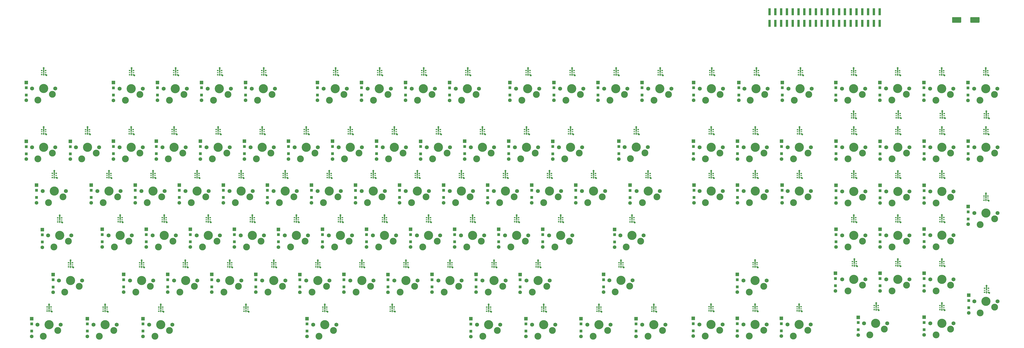
<source format=gbr>
%TF.GenerationSoftware,KiCad,Pcbnew,(5.1.10)-1*%
%TF.CreationDate,2021-09-26T02:52:38+10:00*%
%TF.ProjectId,RedPyKeeb_mainboard,52656450-794b-4656-9562-5f6d61696e62,rev?*%
%TF.SameCoordinates,Original*%
%TF.FileFunction,Soldermask,Top*%
%TF.FilePolarity,Negative*%
%FSLAX46Y46*%
G04 Gerber Fmt 4.6, Leading zero omitted, Abs format (unit mm)*
G04 Created by KiCad (PCBNEW (5.1.10)-1) date 2021-09-26 02:52:38*
%MOMM*%
%LPD*%
G01*
G04 APERTURE LIST*
%ADD10C,0.800000*%
%ADD11R,0.500000X2.180000*%
%ADD12R,0.500000X1.000000*%
%ADD13R,0.800000X0.500000*%
%ADD14R,0.800000X0.300000*%
%ADD15C,1.750000*%
%ADD16C,4.000000*%
%ADD17C,3.000000*%
%ADD18C,1.600000*%
%ADD19R,1.600000X1.600000*%
%ADD20R,1.200000X1.200000*%
%ADD21R,1.000000X3.150000*%
G04 APERTURE END LIST*
%TO.C,C6*%
G36*
G01*
X424288700Y-26374600D02*
X424288700Y-24374600D01*
G75*
G02*
X424538700Y-24124600I250000J0D01*
G01*
X428038700Y-24124600D01*
G75*
G02*
X428288700Y-24374600I0J-250000D01*
G01*
X428288700Y-26374600D01*
G75*
G02*
X428038700Y-26624600I-250000J0D01*
G01*
X424538700Y-26624600D01*
G75*
G02*
X424288700Y-26374600I0J250000D01*
G01*
G37*
G36*
G01*
X432288700Y-26374600D02*
X432288700Y-24374600D01*
G75*
G02*
X432538700Y-24124600I250000J0D01*
G01*
X436038700Y-24124600D01*
G75*
G02*
X436288700Y-24374600I0J-250000D01*
G01*
X436288700Y-26374600D01*
G75*
G02*
X436038700Y-26624600I-250000J0D01*
G01*
X432538700Y-26624600D01*
G75*
G02*
X432288700Y-26374600I0J250000D01*
G01*
G37*
%TD*%
D10*
%TO.C,LD0\u002C0*%
X27381200Y-49657000D03*
X26238200Y-46482000D03*
D11*
X26238200Y-47524000D03*
D12*
X26238200Y-49344000D03*
D13*
X25388200Y-49414000D03*
X25388200Y-47614000D03*
D14*
X25388200Y-48514000D03*
D13*
X27088200Y-47614000D03*
D14*
X27088200Y-48514000D03*
D13*
X27088200Y-49414000D03*
%TD*%
D10*
%TO.C,LD3\u002C5\u002C1*%
X180098700Y-153492200D03*
X178955700Y-150317200D03*
D11*
X178955700Y-151359200D03*
D12*
X178955700Y-153179200D03*
D13*
X178105700Y-153249200D03*
X178105700Y-151449200D03*
D14*
X178105700Y-152349200D03*
D13*
X179805700Y-151449200D03*
D14*
X179805700Y-152349200D03*
D13*
X179805700Y-153249200D03*
%TD*%
D10*
%TO.C,LD3\u002C5\u002C0*%
X116001800Y-153504900D03*
X114858800Y-150329900D03*
D11*
X114858800Y-151371900D03*
D12*
X114858800Y-153191900D03*
D13*
X114008800Y-153261900D03*
X114008800Y-151461900D03*
D14*
X114008800Y-152361900D03*
D13*
X115708800Y-151461900D03*
D14*
X115708800Y-152361900D03*
D13*
X115708800Y-153261900D03*
%TD*%
D10*
%TO.C,LD20\u002C7*%
X440474100Y-68618100D03*
X439331100Y-65443100D03*
D11*
X439331100Y-66485100D03*
D12*
X439331100Y-68305100D03*
D13*
X438481100Y-68375100D03*
X438481100Y-66575100D03*
D14*
X438481100Y-67475100D03*
D13*
X440181100Y-66575100D03*
D14*
X440181100Y-67475100D03*
D13*
X440181100Y-68375100D03*
%TD*%
D10*
%TO.C,LD20\u002C0*%
X440220100Y-49707800D03*
X439077100Y-46532800D03*
D11*
X439077100Y-47574800D03*
D12*
X439077100Y-49394800D03*
D13*
X438227100Y-49464800D03*
X438227100Y-47664800D03*
D14*
X438227100Y-48564800D03*
D13*
X439927100Y-47664800D03*
D14*
X439927100Y-48564800D03*
D13*
X439927100Y-49464800D03*
%TD*%
D10*
%TO.C,LD20\u002C1*%
X440283600Y-75603100D03*
X439140600Y-72428100D03*
D11*
X439140600Y-73470100D03*
D12*
X439140600Y-75290100D03*
D13*
X438290600Y-75360100D03*
X438290600Y-73560100D03*
D14*
X438290600Y-74460100D03*
D13*
X439990600Y-73560100D03*
D14*
X439990600Y-74460100D03*
D13*
X439990600Y-75360100D03*
%TD*%
D10*
%TO.C,LD19\u002C6*%
X440537600Y-145262600D03*
X439394600Y-142087600D03*
D11*
X439394600Y-143129600D03*
D12*
X439394600Y-144949600D03*
D13*
X438544600Y-145019600D03*
X438544600Y-143219600D03*
D14*
X438544600Y-144119600D03*
D13*
X440244600Y-143219600D03*
D14*
X440244600Y-144119600D03*
D13*
X440244600Y-145019600D03*
%TD*%
D10*
%TO.C,LD19\u002C3*%
X420979600Y-94869000D03*
X419836600Y-91694000D03*
D11*
X419836600Y-92736000D03*
D12*
X419836600Y-94556000D03*
D13*
X418986600Y-94626000D03*
X418986600Y-92826000D03*
D14*
X418986600Y-93726000D03*
D13*
X420686600Y-92826000D03*
D14*
X420686600Y-93726000D03*
D13*
X420686600Y-94626000D03*
%TD*%
D10*
%TO.C,LD19\u002C4*%
X440283600Y-104749600D03*
X439140600Y-101574600D03*
D11*
X439140600Y-102616600D03*
D12*
X439140600Y-104436600D03*
D13*
X438290600Y-104506600D03*
X438290600Y-102706600D03*
D14*
X438290600Y-103606600D03*
D13*
X439990600Y-102706600D03*
D14*
X439990600Y-103606600D03*
D13*
X439990600Y-104506600D03*
%TD*%
D10*
%TO.C,LD19\u002C1*%
X420979600Y-75615800D03*
X419836600Y-72440800D03*
D11*
X419836600Y-73482800D03*
D12*
X419836600Y-75302800D03*
D13*
X418986600Y-75372800D03*
X418986600Y-73572800D03*
D14*
X418986600Y-74472800D03*
D13*
X420686600Y-73572800D03*
D14*
X420686600Y-74472800D03*
D13*
X420686600Y-75372800D03*
%TD*%
D10*
%TO.C,LD19\u002C0*%
X420903400Y-49707800D03*
X419760400Y-46532800D03*
D11*
X419760400Y-47574800D03*
D12*
X419760400Y-49394800D03*
D13*
X418910400Y-49464800D03*
X418910400Y-47664800D03*
D14*
X418910400Y-48564800D03*
D13*
X420610400Y-47664800D03*
D14*
X420610400Y-48564800D03*
D13*
X420610400Y-49464800D03*
%TD*%
D10*
%TO.C,LD19\u002C7*%
X421170100Y-68567300D03*
X420027100Y-65392300D03*
D11*
X420027100Y-66434300D03*
D12*
X420027100Y-68254300D03*
D13*
X419177100Y-68324300D03*
X419177100Y-66524300D03*
D14*
X419177100Y-67424300D03*
D13*
X420877100Y-66524300D03*
D14*
X420877100Y-67424300D03*
D13*
X420877100Y-68324300D03*
%TD*%
D10*
%TO.C,LD18\u002C0*%
X401599400Y-49707800D03*
X400456400Y-46532800D03*
D11*
X400456400Y-47574800D03*
D12*
X400456400Y-49394800D03*
D13*
X399606400Y-49464800D03*
X399606400Y-47664800D03*
D14*
X399606400Y-48564800D03*
D13*
X401306400Y-47664800D03*
D14*
X401306400Y-48564800D03*
D13*
X401306400Y-49464800D03*
%TD*%
D10*
%TO.C,LD18\u002C3*%
X401675600Y-94869000D03*
X400532600Y-91694000D03*
D11*
X400532600Y-92736000D03*
D12*
X400532600Y-94556000D03*
D13*
X399682600Y-94626000D03*
X399682600Y-92826000D03*
D14*
X399682600Y-93726000D03*
D13*
X401382600Y-92826000D03*
D14*
X401382600Y-93726000D03*
D13*
X401382600Y-94626000D03*
%TD*%
D10*
%TO.C,LD18\u002C4*%
X420979600Y-114211100D03*
X419836600Y-111036100D03*
D11*
X419836600Y-112078100D03*
D12*
X419836600Y-113898100D03*
D13*
X418986600Y-113968100D03*
X418986600Y-112168100D03*
D14*
X418986600Y-113068100D03*
D13*
X420686600Y-112168100D03*
D14*
X420686600Y-113068100D03*
D13*
X420686600Y-113968100D03*
%TD*%
D10*
%TO.C,LD18\u002C5*%
X420979600Y-133578600D03*
X419836600Y-130403600D03*
D11*
X419836600Y-131445600D03*
D12*
X419836600Y-133265600D03*
D13*
X418986600Y-133335600D03*
X418986600Y-131535600D03*
D14*
X418986600Y-132435600D03*
D13*
X420686600Y-131535600D03*
D14*
X420686600Y-132435600D03*
D13*
X420686600Y-133335600D03*
%TD*%
D10*
%TO.C,LD18\u002C7*%
X401866100Y-68567300D03*
X400723100Y-65392300D03*
D11*
X400723100Y-66434300D03*
D12*
X400723100Y-68254300D03*
D13*
X399873100Y-68324300D03*
X399873100Y-66524300D03*
D14*
X399873100Y-67424300D03*
D13*
X401573100Y-66524300D03*
D14*
X401573100Y-67424300D03*
D13*
X401573100Y-68324300D03*
%TD*%
D10*
%TO.C,LD18\u002C1*%
X401675600Y-75603100D03*
X400532600Y-72428100D03*
D11*
X400532600Y-73470100D03*
D12*
X400532600Y-75290100D03*
D13*
X399682600Y-75360100D03*
X399682600Y-73560100D03*
D14*
X399682600Y-74460100D03*
D13*
X401382600Y-73560100D03*
D14*
X401382600Y-74460100D03*
D13*
X401382600Y-75360100D03*
%TD*%
D10*
%TO.C,LD18\u002C6*%
X420979600Y-152882600D03*
X419836600Y-149707600D03*
D11*
X419836600Y-150749600D03*
D12*
X419836600Y-152569600D03*
D13*
X418986600Y-152639600D03*
X418986600Y-150839600D03*
D14*
X418986600Y-151739600D03*
D13*
X420686600Y-150839600D03*
D14*
X420686600Y-151739600D03*
D13*
X420686600Y-152639600D03*
%TD*%
D10*
%TO.C,LD17\u002C4*%
X401675600Y-114274600D03*
X400532600Y-111099600D03*
D11*
X400532600Y-112141600D03*
D12*
X400532600Y-113961600D03*
D13*
X399682600Y-114031600D03*
X399682600Y-112231600D03*
D14*
X399682600Y-113131600D03*
D13*
X401382600Y-112231600D03*
D14*
X401382600Y-113131600D03*
D13*
X401382600Y-114031600D03*
%TD*%
D10*
%TO.C,LD17\u002C3*%
X382371600Y-94869000D03*
X381228600Y-91694000D03*
D11*
X381228600Y-92736000D03*
D12*
X381228600Y-94556000D03*
D13*
X380378600Y-94626000D03*
X380378600Y-92826000D03*
D14*
X380378600Y-93726000D03*
D13*
X382078600Y-92826000D03*
D14*
X382078600Y-93726000D03*
D13*
X382078600Y-94626000D03*
%TD*%
D10*
%TO.C,LD17\u002C6*%
X392150600Y-152882600D03*
X391007600Y-149707600D03*
D11*
X391007600Y-150749600D03*
D12*
X391007600Y-152569600D03*
D13*
X390157600Y-152639600D03*
X390157600Y-150839600D03*
D14*
X390157600Y-151739600D03*
D13*
X391857600Y-150839600D03*
D14*
X391857600Y-151739600D03*
D13*
X391857600Y-152639600D03*
%TD*%
D10*
%TO.C,LD17\u002C5*%
X401675600Y-133578600D03*
X400532600Y-130403600D03*
D11*
X400532600Y-131445600D03*
D12*
X400532600Y-133265600D03*
D13*
X399682600Y-133335600D03*
X399682600Y-131535600D03*
D14*
X399682600Y-132435600D03*
D13*
X401382600Y-131535600D03*
D14*
X401382600Y-132435600D03*
D13*
X401382600Y-133335600D03*
%TD*%
D10*
%TO.C,LD17\u002C1*%
X382371600Y-75603100D03*
X381228600Y-72428100D03*
D11*
X381228600Y-73470100D03*
D12*
X381228600Y-75290100D03*
D13*
X380378600Y-75360100D03*
X380378600Y-73560100D03*
D14*
X380378600Y-74460100D03*
D13*
X382078600Y-73560100D03*
D14*
X382078600Y-74460100D03*
D13*
X382078600Y-75360100D03*
%TD*%
D10*
%TO.C,LD17\u002C0*%
X382295400Y-49707800D03*
X381152400Y-46532800D03*
D11*
X381152400Y-47574800D03*
D12*
X381152400Y-49394800D03*
D13*
X380302400Y-49464800D03*
X380302400Y-47664800D03*
D14*
X380302400Y-48564800D03*
D13*
X382002400Y-47664800D03*
D14*
X382002400Y-48564800D03*
D13*
X382002400Y-49464800D03*
%TD*%
D10*
%TO.C,LD17\u002C7*%
X382244600Y-68618100D03*
X381101600Y-65443100D03*
D11*
X381101600Y-66485100D03*
D12*
X381101600Y-68305100D03*
D13*
X380251600Y-68375100D03*
X380251600Y-66575100D03*
D14*
X380251600Y-67475100D03*
D13*
X381951600Y-66575100D03*
D14*
X381951600Y-67475100D03*
D13*
X381951600Y-68375100D03*
%TD*%
D10*
%TO.C,LD16\u002C5*%
X382625600Y-133578600D03*
X381482600Y-130403600D03*
D11*
X381482600Y-131445600D03*
D12*
X381482600Y-133265600D03*
D13*
X380632600Y-133335600D03*
X380632600Y-131535600D03*
D14*
X380632600Y-132435600D03*
D13*
X382332600Y-131535600D03*
D14*
X382332600Y-132435600D03*
D13*
X382332600Y-133335600D03*
%TD*%
D10*
%TO.C,LD16\u002C3*%
X358495600Y-94843600D03*
X357352600Y-91668600D03*
D11*
X357352600Y-92710600D03*
D12*
X357352600Y-94530600D03*
D13*
X356502600Y-94600600D03*
X356502600Y-92800600D03*
D14*
X356502600Y-93700600D03*
D13*
X358202600Y-92800600D03*
D14*
X358202600Y-93700600D03*
D13*
X358202600Y-94600600D03*
%TD*%
D10*
%TO.C,LD16\u002C1*%
X358573800Y-75628500D03*
X357430800Y-72453500D03*
D11*
X357430800Y-73495500D03*
D12*
X357430800Y-75315500D03*
D13*
X356580800Y-75385500D03*
X356580800Y-73585500D03*
D14*
X356580800Y-74485500D03*
D13*
X358280800Y-73585500D03*
D14*
X358280800Y-74485500D03*
D13*
X358280800Y-75385500D03*
%TD*%
D10*
%TO.C,LD16\u002C6*%
X358432100Y-153390600D03*
X357289100Y-150215600D03*
D11*
X357289100Y-151257600D03*
D12*
X357289100Y-153077600D03*
D13*
X356439100Y-153147600D03*
X356439100Y-151347600D03*
D14*
X356439100Y-152247600D03*
D13*
X358139100Y-151347600D03*
D14*
X358139100Y-152247600D03*
D13*
X358139100Y-153147600D03*
%TD*%
D10*
%TO.C,LD16\u002C0*%
X358990900Y-49695100D03*
X357847900Y-46520100D03*
D11*
X357847900Y-47562100D03*
D12*
X357847900Y-49382100D03*
D13*
X356997900Y-49452100D03*
X356997900Y-47652100D03*
D14*
X356997900Y-48552100D03*
D13*
X358697900Y-47652100D03*
D14*
X358697900Y-48552100D03*
D13*
X358697900Y-49452100D03*
%TD*%
D10*
%TO.C,LD16\u002C4*%
X382371600Y-114274600D03*
X381228600Y-111099600D03*
D11*
X381228600Y-112141600D03*
D12*
X381228600Y-113961600D03*
D13*
X380378600Y-114031600D03*
X380378600Y-112231600D03*
D14*
X380378600Y-113131600D03*
D13*
X382078600Y-112231600D03*
D14*
X382078600Y-113131600D03*
D13*
X382078600Y-114031600D03*
%TD*%
D10*
%TO.C,LD15\u002C0*%
X339686900Y-49695100D03*
X338543900Y-46520100D03*
D11*
X338543900Y-47562100D03*
D12*
X338543900Y-49382100D03*
D13*
X337693900Y-49452100D03*
X337693900Y-47652100D03*
D14*
X337693900Y-48552100D03*
D13*
X339393900Y-47652100D03*
D14*
X339393900Y-48552100D03*
D13*
X339393900Y-49452100D03*
%TD*%
D10*
%TO.C,LD15\u002C5*%
X339128100Y-134035800D03*
X337985100Y-130860800D03*
D11*
X337985100Y-131902800D03*
D12*
X337985100Y-133722800D03*
D13*
X337135100Y-133792800D03*
X337135100Y-131992800D03*
D14*
X337135100Y-132892800D03*
D13*
X338835100Y-131992800D03*
D14*
X338835100Y-132892800D03*
D13*
X338835100Y-133792800D03*
%TD*%
D10*
%TO.C,LD15\u002C6*%
X339128100Y-153390600D03*
X337985100Y-150215600D03*
D11*
X337985100Y-151257600D03*
D12*
X337985100Y-153077600D03*
D13*
X337135100Y-153147600D03*
X337135100Y-151347600D03*
D14*
X337135100Y-152247600D03*
D13*
X338835100Y-151347600D03*
D14*
X338835100Y-152247600D03*
D13*
X338835100Y-153147600D03*
%TD*%
D10*
%TO.C,LD15\u002C3*%
X339191600Y-94843600D03*
X338048600Y-91668600D03*
D11*
X338048600Y-92710600D03*
D12*
X338048600Y-94530600D03*
D13*
X337198600Y-94600600D03*
X337198600Y-92800600D03*
D14*
X337198600Y-93700600D03*
D13*
X338898600Y-92800600D03*
D14*
X338898600Y-93700600D03*
D13*
X338898600Y-94600600D03*
%TD*%
D10*
%TO.C,LD15\u002C1*%
X339191600Y-75603100D03*
X338048600Y-72428100D03*
D11*
X338048600Y-73470100D03*
D12*
X338048600Y-75290100D03*
D13*
X337198600Y-75360100D03*
X337198600Y-73560100D03*
D14*
X337198600Y-74460100D03*
D13*
X338898600Y-73560100D03*
D14*
X338898600Y-74460100D03*
D13*
X338898600Y-75360100D03*
%TD*%
D10*
%TO.C,LD14\u002C1*%
X319887600Y-75603100D03*
X318744600Y-72428100D03*
D11*
X318744600Y-73470100D03*
D12*
X318744600Y-75290100D03*
D13*
X317894600Y-75360100D03*
X317894600Y-73560100D03*
D14*
X317894600Y-74460100D03*
D13*
X319594600Y-73560100D03*
D14*
X319594600Y-74460100D03*
D13*
X319594600Y-75360100D03*
%TD*%
D10*
%TO.C,LD14\u002C3*%
X319887600Y-94843600D03*
X318744600Y-91668600D03*
D11*
X318744600Y-92710600D03*
D12*
X318744600Y-94530600D03*
D13*
X317894600Y-94600600D03*
X317894600Y-92800600D03*
D14*
X317894600Y-93700600D03*
D13*
X319594600Y-92800600D03*
D14*
X319594600Y-93700600D03*
D13*
X319594600Y-94600600D03*
%TD*%
D10*
%TO.C,LD14\u002C0*%
X320128900Y-49695100D03*
X318985900Y-46520100D03*
D11*
X318985900Y-47562100D03*
D12*
X318985900Y-49382100D03*
D13*
X318135900Y-49452100D03*
X318135900Y-47652100D03*
D14*
X318135900Y-48552100D03*
D13*
X319835900Y-47652100D03*
D14*
X319835900Y-48552100D03*
D13*
X319835900Y-49452100D03*
%TD*%
D10*
%TO.C,LD14\u002C6*%
X319824100Y-153390600D03*
X318681100Y-150215600D03*
D11*
X318681100Y-151257600D03*
D12*
X318681100Y-153077600D03*
D13*
X317831100Y-153147600D03*
X317831100Y-151347600D03*
D14*
X317831100Y-152247600D03*
D13*
X319531100Y-151347600D03*
D14*
X319531100Y-152247600D03*
D13*
X319531100Y-153147600D03*
%TD*%
D10*
%TO.C,LD13\u002C1*%
X287032700Y-75603100D03*
X285889700Y-72428100D03*
D11*
X285889700Y-73470100D03*
D12*
X285889700Y-75290100D03*
D13*
X285039700Y-75360100D03*
X285039700Y-73560100D03*
D14*
X285039700Y-74460100D03*
D13*
X286739700Y-73560100D03*
D14*
X286739700Y-74460100D03*
D13*
X286739700Y-75360100D03*
%TD*%
D10*
%TO.C,LD13\u002C2*%
X292227000Y-94869000D03*
X291084000Y-91694000D03*
D11*
X291084000Y-92736000D03*
D12*
X291084000Y-94556000D03*
D13*
X290234000Y-94626000D03*
X290234000Y-92826000D03*
D14*
X290234000Y-93726000D03*
D13*
X291934000Y-92826000D03*
D14*
X291934000Y-93726000D03*
D13*
X291934000Y-94626000D03*
%TD*%
D10*
%TO.C,LD12\u002C0*%
X297558460Y-49695100D03*
X296415460Y-46520100D03*
D11*
X296415460Y-47562100D03*
D12*
X296415460Y-49382100D03*
D13*
X295565460Y-49452100D03*
X295565460Y-47652100D03*
D14*
X295565460Y-48552100D03*
D13*
X297265460Y-47652100D03*
D14*
X297265460Y-48552100D03*
D13*
X297265460Y-49452100D03*
%TD*%
D10*
%TO.C,LD12\u002C1*%
X258267200Y-75603100D03*
X257124200Y-72428100D03*
D11*
X257124200Y-73470100D03*
D12*
X257124200Y-75290100D03*
D13*
X256274200Y-75360100D03*
X256274200Y-73560100D03*
D14*
X256274200Y-74460100D03*
D13*
X257974200Y-73560100D03*
D14*
X257974200Y-74460100D03*
D13*
X257974200Y-75360100D03*
%TD*%
D10*
%TO.C,LD12\u002C3*%
X285165800Y-114300000D03*
X284022800Y-111125000D03*
D11*
X284022800Y-112167000D03*
D12*
X284022800Y-113987000D03*
D13*
X283172800Y-114057000D03*
X283172800Y-112257000D03*
D14*
X283172800Y-113157000D03*
D13*
X284872800Y-112257000D03*
D14*
X284872800Y-113157000D03*
D13*
X284872800Y-114057000D03*
%TD*%
D10*
%TO.C,LD12\u002C2*%
X268300200Y-94843600D03*
X267157200Y-91668600D03*
D11*
X267157200Y-92710600D03*
D12*
X267157200Y-94530600D03*
D13*
X266307200Y-94600600D03*
X266307200Y-92800600D03*
D14*
X266307200Y-93700600D03*
D13*
X268007200Y-92800600D03*
D14*
X268007200Y-93700600D03*
D13*
X268007200Y-94600600D03*
%TD*%
D10*
%TO.C,LD11\u002C4*%
X280365200Y-134086600D03*
X279222200Y-130911600D03*
D11*
X279222200Y-131953600D03*
D12*
X279222200Y-133773600D03*
D13*
X278372200Y-133843600D03*
X278372200Y-132043600D03*
D14*
X278372200Y-132943600D03*
D13*
X280072200Y-132043600D03*
D14*
X280072200Y-132943600D03*
D13*
X280072200Y-133843600D03*
%TD*%
D10*
%TO.C,LD11\u002C2*%
X248996200Y-94843600D03*
X247853200Y-91668600D03*
D11*
X247853200Y-92710600D03*
D12*
X247853200Y-94530600D03*
D13*
X247003200Y-94600600D03*
X247003200Y-92800600D03*
D14*
X247003200Y-93700600D03*
D13*
X248703200Y-92800600D03*
D14*
X248703200Y-93700600D03*
D13*
X248703200Y-94600600D03*
%TD*%
D10*
%TO.C,LD11\u002C5*%
X294716200Y-153517600D03*
X293573200Y-150342600D03*
D11*
X293573200Y-151384600D03*
D12*
X293573200Y-153204600D03*
D13*
X292723200Y-153274600D03*
X292723200Y-151474600D03*
D14*
X292723200Y-152374600D03*
D13*
X294423200Y-151474600D03*
D14*
X294423200Y-152374600D03*
D13*
X294423200Y-153274600D03*
%TD*%
D10*
%TO.C,LD11\u002C0*%
X278254460Y-49695100D03*
X277111460Y-46520100D03*
D11*
X277111460Y-47562100D03*
D12*
X277111460Y-49382100D03*
D13*
X276261460Y-49452100D03*
X276261460Y-47652100D03*
D14*
X276261460Y-48552100D03*
D13*
X277961460Y-47652100D03*
D14*
X277961460Y-48552100D03*
D13*
X277961460Y-49452100D03*
%TD*%
D10*
%TO.C,LD11\u002C3*%
X253885700Y-114274600D03*
X252742700Y-111099600D03*
D11*
X252742700Y-112141600D03*
D12*
X252742700Y-113961600D03*
D13*
X251892700Y-114031600D03*
X251892700Y-112231600D03*
D14*
X251892700Y-113131600D03*
D13*
X253592700Y-112231600D03*
D14*
X253592700Y-113131600D03*
D13*
X253592700Y-114031600D03*
%TD*%
D10*
%TO.C,LD11\u002C1*%
X238963200Y-75603100D03*
X237820200Y-72428100D03*
D11*
X237820200Y-73470100D03*
D12*
X237820200Y-75290100D03*
D13*
X236970200Y-75360100D03*
X236970200Y-73560100D03*
D14*
X236970200Y-74460100D03*
D13*
X238670200Y-73560100D03*
D14*
X238670200Y-74460100D03*
D13*
X238670200Y-75360100D03*
%TD*%
D10*
%TO.C,LD10\u002C3*%
X234581700Y-114274600D03*
X233438700Y-111099600D03*
D11*
X233438700Y-112141600D03*
D12*
X233438700Y-113961600D03*
D13*
X232588700Y-114031600D03*
X232588700Y-112231600D03*
D14*
X232588700Y-113131600D03*
D13*
X234288700Y-112231600D03*
D14*
X234288700Y-113131600D03*
D13*
X234288700Y-114031600D03*
%TD*%
D10*
%TO.C,LD10\u002C4*%
X243979700Y-134086600D03*
X242836700Y-130911600D03*
D11*
X242836700Y-131953600D03*
D12*
X242836700Y-133773600D03*
D13*
X241986700Y-133843600D03*
X241986700Y-132043600D03*
D14*
X241986700Y-132943600D03*
D13*
X243686700Y-132043600D03*
D14*
X243686700Y-132943600D03*
D13*
X243686700Y-133843600D03*
%TD*%
D10*
%TO.C,LD10\u002C2*%
X229692200Y-94843600D03*
X228549200Y-91668600D03*
D11*
X228549200Y-92710600D03*
D12*
X228549200Y-94530600D03*
D13*
X227699200Y-94600600D03*
X227699200Y-92800600D03*
D14*
X227699200Y-93700600D03*
D13*
X229399200Y-92800600D03*
D14*
X229399200Y-93700600D03*
D13*
X229399200Y-94600600D03*
%TD*%
D10*
%TO.C,LD10\u002C1*%
X219659200Y-75603100D03*
X218516200Y-72428100D03*
D11*
X218516200Y-73470100D03*
D12*
X218516200Y-75290100D03*
D13*
X217666200Y-75360100D03*
X217666200Y-73560100D03*
D14*
X217666200Y-74460100D03*
D13*
X219366200Y-73560100D03*
D14*
X219366200Y-74460100D03*
D13*
X219366200Y-75360100D03*
%TD*%
D10*
%TO.C,LD10\u002C5*%
X270649700Y-153517600D03*
X269506700Y-150342600D03*
D11*
X269506700Y-151384600D03*
D12*
X269506700Y-153204600D03*
D13*
X268656700Y-153274600D03*
X268656700Y-151474600D03*
D14*
X268656700Y-152374600D03*
D13*
X270356700Y-151474600D03*
D14*
X270356700Y-152374600D03*
D13*
X270356700Y-153274600D03*
%TD*%
D10*
%TO.C,LD10\u002C0*%
X258950460Y-49695100D03*
X257807460Y-46520100D03*
D11*
X257807460Y-47562100D03*
D12*
X257807460Y-49382100D03*
D13*
X256957460Y-49452100D03*
X256957460Y-47652100D03*
D14*
X256957460Y-48552100D03*
D13*
X258657460Y-47652100D03*
D14*
X258657460Y-48552100D03*
D13*
X258657460Y-49452100D03*
%TD*%
D10*
%TO.C,LD9\u002C2*%
X210388200Y-94843600D03*
X209245200Y-91668600D03*
D11*
X209245200Y-92710600D03*
D12*
X209245200Y-94530600D03*
D13*
X208395200Y-94600600D03*
X208395200Y-92800600D03*
D14*
X208395200Y-93700600D03*
D13*
X210095200Y-92800600D03*
D14*
X210095200Y-93700600D03*
D13*
X210095200Y-94600600D03*
%TD*%
D10*
%TO.C,LD9\u002C5*%
X246456200Y-153517600D03*
X245313200Y-150342600D03*
D11*
X245313200Y-151384600D03*
D12*
X245313200Y-153204600D03*
D13*
X244463200Y-153274600D03*
X244463200Y-151474600D03*
D14*
X244463200Y-152374600D03*
D13*
X246163200Y-151474600D03*
D14*
X246163200Y-152374600D03*
D13*
X246163200Y-153274600D03*
%TD*%
D10*
%TO.C,LD9\u002C3*%
X215277700Y-114274600D03*
X214134700Y-111099600D03*
D11*
X214134700Y-112141600D03*
D12*
X214134700Y-113961600D03*
D13*
X213284700Y-114031600D03*
X213284700Y-112231600D03*
D14*
X213284700Y-113131600D03*
D13*
X214984700Y-112231600D03*
D14*
X214984700Y-113131600D03*
D13*
X214984700Y-114031600D03*
%TD*%
D10*
%TO.C,LD9\u002C4*%
X224675700Y-134086600D03*
X223532700Y-130911600D03*
D11*
X223532700Y-131953600D03*
D12*
X223532700Y-133773600D03*
D13*
X222682700Y-133843600D03*
X222682700Y-132043600D03*
D14*
X222682700Y-132943600D03*
D13*
X224382700Y-132043600D03*
D14*
X224382700Y-132943600D03*
D13*
X224382700Y-133843600D03*
%TD*%
D10*
%TO.C,LD9\u002C1*%
X200355200Y-75603100D03*
X199212200Y-72428100D03*
D11*
X199212200Y-73470100D03*
D12*
X199212200Y-75290100D03*
D13*
X198362200Y-75360100D03*
X198362200Y-73560100D03*
D14*
X198362200Y-74460100D03*
D13*
X200062200Y-73560100D03*
D14*
X200062200Y-74460100D03*
D13*
X200062200Y-75360100D03*
%TD*%
D10*
%TO.C,LD9\u002C0*%
X239646460Y-49695100D03*
X238503460Y-46520100D03*
D11*
X238503460Y-47562100D03*
D12*
X238503460Y-49382100D03*
D13*
X237653460Y-49452100D03*
X237653460Y-47652100D03*
D14*
X237653460Y-48552100D03*
D13*
X239353460Y-47652100D03*
D14*
X239353460Y-48552100D03*
D13*
X239353460Y-49452100D03*
%TD*%
D10*
%TO.C,LD8\u002C5*%
X222326200Y-153517600D03*
X221183200Y-150342600D03*
D11*
X221183200Y-151384600D03*
D12*
X221183200Y-153204600D03*
D13*
X220333200Y-153274600D03*
X220333200Y-151474600D03*
D14*
X220333200Y-152374600D03*
D13*
X222033200Y-151474600D03*
D14*
X222033200Y-152374600D03*
D13*
X222033200Y-153274600D03*
%TD*%
D10*
%TO.C,LD8\u002C1*%
X181051200Y-75603100D03*
X179908200Y-72428100D03*
D11*
X179908200Y-73470100D03*
D12*
X179908200Y-75290100D03*
D13*
X179058200Y-75360100D03*
X179058200Y-73560100D03*
D14*
X179058200Y-74460100D03*
D13*
X180758200Y-73560100D03*
D14*
X180758200Y-74460100D03*
D13*
X180758200Y-75360100D03*
%TD*%
D10*
%TO.C,LD8\u002C2*%
X191084200Y-94843600D03*
X189941200Y-91668600D03*
D11*
X189941200Y-92710600D03*
D12*
X189941200Y-94530600D03*
D13*
X189091200Y-94600600D03*
X189091200Y-92800600D03*
D14*
X189091200Y-93700600D03*
D13*
X190791200Y-92800600D03*
D14*
X190791200Y-93700600D03*
D13*
X190791200Y-94600600D03*
%TD*%
D10*
%TO.C,LD8\u002C0*%
X213230460Y-49695100D03*
X212087460Y-46520100D03*
D11*
X212087460Y-47562100D03*
D12*
X212087460Y-49382100D03*
D13*
X211237460Y-49452100D03*
X211237460Y-47652100D03*
D14*
X211237460Y-48552100D03*
D13*
X212937460Y-47652100D03*
D14*
X212937460Y-48552100D03*
D13*
X212937460Y-49452100D03*
%TD*%
D10*
%TO.C,LD8\u002C4*%
X205371700Y-134086600D03*
X204228700Y-130911600D03*
D11*
X204228700Y-131953600D03*
D12*
X204228700Y-133773600D03*
D13*
X203378700Y-133843600D03*
X203378700Y-132043600D03*
D14*
X203378700Y-132943600D03*
D13*
X205078700Y-132043600D03*
D14*
X205078700Y-132943600D03*
D13*
X205078700Y-133843600D03*
%TD*%
D10*
%TO.C,LD8\u002C3*%
X195973700Y-114274600D03*
X194830700Y-111099600D03*
D11*
X194830700Y-112141600D03*
D12*
X194830700Y-113961600D03*
D13*
X193980700Y-114031600D03*
X193980700Y-112231600D03*
D14*
X193980700Y-113131600D03*
D13*
X195680700Y-112231600D03*
D14*
X195680700Y-113131600D03*
D13*
X195680700Y-114031600D03*
%TD*%
D10*
%TO.C,LD7\u002C2*%
X171780200Y-94843600D03*
X170637200Y-91668600D03*
D11*
X170637200Y-92710600D03*
D12*
X170637200Y-94530600D03*
D13*
X169787200Y-94600600D03*
X169787200Y-92800600D03*
D14*
X169787200Y-93700600D03*
D13*
X171487200Y-92800600D03*
D14*
X171487200Y-93700600D03*
D13*
X171487200Y-94600600D03*
%TD*%
D10*
%TO.C,LD7\u002C1*%
X161747200Y-75603100D03*
X160604200Y-72428100D03*
D11*
X160604200Y-73470100D03*
D12*
X160604200Y-75290100D03*
D13*
X159754200Y-75360100D03*
X159754200Y-73560100D03*
D14*
X159754200Y-74460100D03*
D13*
X161454200Y-73560100D03*
D14*
X161454200Y-74460100D03*
D13*
X161454200Y-75360100D03*
%TD*%
D10*
%TO.C,LD7\u002C3*%
X176669700Y-114274600D03*
X175526700Y-111099600D03*
D11*
X175526700Y-112141600D03*
D12*
X175526700Y-113961600D03*
D13*
X174676700Y-114031600D03*
X174676700Y-112231600D03*
D14*
X174676700Y-113131600D03*
D13*
X176376700Y-112231600D03*
D14*
X176376700Y-113131600D03*
D13*
X176376700Y-114031600D03*
%TD*%
D10*
%TO.C,LD7\u002C4*%
X186067700Y-134086600D03*
X184924700Y-130911600D03*
D11*
X184924700Y-131953600D03*
D12*
X184924700Y-133773600D03*
D13*
X184074700Y-133843600D03*
X184074700Y-132043600D03*
D14*
X184074700Y-132943600D03*
D13*
X185774700Y-132043600D03*
D14*
X185774700Y-132943600D03*
D13*
X185774700Y-133843600D03*
%TD*%
D10*
%TO.C,LD7\u002C0*%
X193926460Y-49695100D03*
X192783460Y-46520100D03*
D11*
X192783460Y-47562100D03*
D12*
X192783460Y-49382100D03*
D13*
X191933460Y-49452100D03*
X191933460Y-47652100D03*
D14*
X191933460Y-48552100D03*
D13*
X193633460Y-47652100D03*
D14*
X193633460Y-48552100D03*
D13*
X193633460Y-49452100D03*
%TD*%
D10*
%TO.C,LD6\u002C1*%
X142443200Y-75603100D03*
X141300200Y-72428100D03*
D11*
X141300200Y-73470100D03*
D12*
X141300200Y-75290100D03*
D13*
X140450200Y-75360100D03*
X140450200Y-73560100D03*
D14*
X140450200Y-74460100D03*
D13*
X142150200Y-73560100D03*
D14*
X142150200Y-74460100D03*
D13*
X142150200Y-75360100D03*
%TD*%
D10*
%TO.C,LD6\u002C3*%
X157365700Y-114274600D03*
X156222700Y-111099600D03*
D11*
X156222700Y-112141600D03*
D12*
X156222700Y-113961600D03*
D13*
X155372700Y-114031600D03*
X155372700Y-112231600D03*
D14*
X155372700Y-113131600D03*
D13*
X157072700Y-112231600D03*
D14*
X157072700Y-113131600D03*
D13*
X157072700Y-114031600D03*
%TD*%
D10*
%TO.C,LD6\u002C4*%
X166763700Y-134086600D03*
X165620700Y-130911600D03*
D11*
X165620700Y-131953600D03*
D12*
X165620700Y-133773600D03*
D13*
X164770700Y-133843600D03*
X164770700Y-132043600D03*
D14*
X164770700Y-132943600D03*
D13*
X166470700Y-132043600D03*
D14*
X166470700Y-132943600D03*
D13*
X166470700Y-133843600D03*
%TD*%
D10*
%TO.C,LD6\u002C0*%
X174622460Y-49695100D03*
X173479460Y-46520100D03*
D11*
X173479460Y-47562100D03*
D12*
X173479460Y-49382100D03*
D13*
X172629460Y-49452100D03*
X172629460Y-47652100D03*
D14*
X172629460Y-48552100D03*
D13*
X174329460Y-47652100D03*
D14*
X174329460Y-48552100D03*
D13*
X174329460Y-49452100D03*
%TD*%
D10*
%TO.C,LD6\u002C2*%
X152476200Y-94843600D03*
X151333200Y-91668600D03*
D11*
X151333200Y-92710600D03*
D12*
X151333200Y-94530600D03*
D13*
X150483200Y-94600600D03*
X150483200Y-92800600D03*
D14*
X150483200Y-93700600D03*
D13*
X152183200Y-92800600D03*
D14*
X152183200Y-93700600D03*
D13*
X152183200Y-94600600D03*
%TD*%
D10*
%TO.C,LD5\u002C1*%
X123139200Y-75603100D03*
X121996200Y-72428100D03*
D11*
X121996200Y-73470100D03*
D12*
X121996200Y-75290100D03*
D13*
X121146200Y-75360100D03*
X121146200Y-73560100D03*
D14*
X121146200Y-74460100D03*
D13*
X122846200Y-73560100D03*
D14*
X122846200Y-74460100D03*
D13*
X122846200Y-75360100D03*
%TD*%
D10*
%TO.C,LD5\u002C2*%
X133172200Y-94843600D03*
X132029200Y-91668600D03*
D11*
X132029200Y-92710600D03*
D12*
X132029200Y-94530600D03*
D13*
X131179200Y-94600600D03*
X131179200Y-92800600D03*
D14*
X131179200Y-93700600D03*
D13*
X132879200Y-92800600D03*
D14*
X132879200Y-93700600D03*
D13*
X132879200Y-94600600D03*
%TD*%
D10*
%TO.C,LD5\u002C4*%
X147459700Y-134086600D03*
X146316700Y-130911600D03*
D11*
X146316700Y-131953600D03*
D12*
X146316700Y-133773600D03*
D13*
X145466700Y-133843600D03*
X145466700Y-132043600D03*
D14*
X145466700Y-132943600D03*
D13*
X147166700Y-132043600D03*
D14*
X147166700Y-132943600D03*
D13*
X147166700Y-133843600D03*
%TD*%
D10*
%TO.C,LD5\u002C0*%
X155318460Y-49695100D03*
X154175460Y-46520100D03*
D11*
X154175460Y-47562100D03*
D12*
X154175460Y-49382100D03*
D13*
X153325460Y-49452100D03*
X153325460Y-47652100D03*
D14*
X153325460Y-48552100D03*
D13*
X155025460Y-47652100D03*
D14*
X155025460Y-48552100D03*
D13*
X155025460Y-49452100D03*
%TD*%
D10*
%TO.C,LD5\u002C3*%
X138061700Y-114274600D03*
X136918700Y-111099600D03*
D11*
X136918700Y-112141600D03*
D12*
X136918700Y-113961600D03*
D13*
X136068700Y-114031600D03*
X136068700Y-112231600D03*
D14*
X136068700Y-113131600D03*
D13*
X137768700Y-112231600D03*
D14*
X137768700Y-113131600D03*
D13*
X137768700Y-114031600D03*
%TD*%
D10*
%TO.C,LD4\u002C3*%
X118757700Y-114274600D03*
X117614700Y-111099600D03*
D11*
X117614700Y-112141600D03*
D12*
X117614700Y-113961600D03*
D13*
X116764700Y-114031600D03*
X116764700Y-112231600D03*
D14*
X116764700Y-113131600D03*
D13*
X118464700Y-112231600D03*
D14*
X118464700Y-113131600D03*
D13*
X118464700Y-114031600D03*
%TD*%
D10*
%TO.C,LD4\u002C4*%
X128155700Y-134086600D03*
X127012700Y-130911600D03*
D11*
X127012700Y-131953600D03*
D12*
X127012700Y-133773600D03*
D13*
X126162700Y-133843600D03*
X126162700Y-132043600D03*
D14*
X126162700Y-132943600D03*
D13*
X127862700Y-132043600D03*
D14*
X127862700Y-132943600D03*
D13*
X127862700Y-133843600D03*
%TD*%
D10*
%TO.C,LD4\u002C0*%
X123822460Y-49695100D03*
X122679460Y-46520100D03*
D11*
X122679460Y-47562100D03*
D12*
X122679460Y-49382100D03*
D13*
X121829460Y-49452100D03*
X121829460Y-47652100D03*
D14*
X121829460Y-48552100D03*
D13*
X123529460Y-47652100D03*
D14*
X123529460Y-48552100D03*
D13*
X123529460Y-49452100D03*
%TD*%
D10*
%TO.C,LD4\u002C2*%
X113868200Y-94843600D03*
X112725200Y-91668600D03*
D11*
X112725200Y-92710600D03*
D12*
X112725200Y-94530600D03*
D13*
X111875200Y-94600600D03*
X111875200Y-92800600D03*
D14*
X111875200Y-93700600D03*
D13*
X113575200Y-92800600D03*
D14*
X113575200Y-93700600D03*
D13*
X113575200Y-94600600D03*
%TD*%
D10*
%TO.C,LD4\u002C1*%
X103835200Y-75603100D03*
X102692200Y-72428100D03*
D11*
X102692200Y-73470100D03*
D12*
X102692200Y-75290100D03*
D13*
X101842200Y-75360100D03*
X101842200Y-73560100D03*
D14*
X101842200Y-74460100D03*
D13*
X103542200Y-73560100D03*
D14*
X103542200Y-74460100D03*
D13*
X103542200Y-75360100D03*
%TD*%
D10*
%TO.C,LD3\u002C0*%
X104518460Y-49695100D03*
X103375460Y-46520100D03*
D11*
X103375460Y-47562100D03*
D12*
X103375460Y-49382100D03*
D13*
X102525460Y-49452100D03*
X102525460Y-47652100D03*
D14*
X102525460Y-48552100D03*
D13*
X104225460Y-47652100D03*
D14*
X104225460Y-48552100D03*
D13*
X104225460Y-49452100D03*
%TD*%
D10*
%TO.C,LD3\u002C1*%
X84531200Y-75603100D03*
X83388200Y-72428100D03*
D11*
X83388200Y-73470100D03*
D12*
X83388200Y-75290100D03*
D13*
X82538200Y-75360100D03*
X82538200Y-73560100D03*
D14*
X82538200Y-74460100D03*
D13*
X84238200Y-73560100D03*
D14*
X84238200Y-74460100D03*
D13*
X84238200Y-75360100D03*
%TD*%
D10*
%TO.C,LD3\u002C2*%
X94564200Y-94843600D03*
X93421200Y-91668600D03*
D11*
X93421200Y-92710600D03*
D12*
X93421200Y-94530600D03*
D13*
X92571200Y-94600600D03*
X92571200Y-92800600D03*
D14*
X92571200Y-93700600D03*
D13*
X94271200Y-92800600D03*
D14*
X94271200Y-93700600D03*
D13*
X94271200Y-94600600D03*
%TD*%
D10*
%TO.C,LD3\u002C4*%
X108851700Y-134086600D03*
X107708700Y-130911600D03*
D11*
X107708700Y-131953600D03*
D12*
X107708700Y-133773600D03*
D13*
X106858700Y-133843600D03*
X106858700Y-132043600D03*
D14*
X106858700Y-132943600D03*
D13*
X108558700Y-132043600D03*
D14*
X108558700Y-132943600D03*
D13*
X108558700Y-133843600D03*
%TD*%
D10*
%TO.C,LD3\u002C5*%
X150571200Y-153517600D03*
X149428200Y-150342600D03*
D11*
X149428200Y-151384600D03*
D12*
X149428200Y-153204600D03*
D13*
X148578200Y-153274600D03*
X148578200Y-151474600D03*
D14*
X148578200Y-152374600D03*
D13*
X150278200Y-151474600D03*
D14*
X150278200Y-152374600D03*
D13*
X150278200Y-153274600D03*
%TD*%
D10*
%TO.C,LD3\u002C3*%
X99453700Y-114274600D03*
X98310700Y-111099600D03*
D11*
X98310700Y-112141600D03*
D12*
X98310700Y-113961600D03*
D13*
X97460700Y-114031600D03*
X97460700Y-112231600D03*
D14*
X97460700Y-113131600D03*
D13*
X99160700Y-112231600D03*
D14*
X99160700Y-113131600D03*
D13*
X99160700Y-114031600D03*
%TD*%
D10*
%TO.C,LD2\u002C3*%
X80149700Y-114274600D03*
X79006700Y-111099600D03*
D11*
X79006700Y-112141600D03*
D12*
X79006700Y-113961600D03*
D13*
X78156700Y-114031600D03*
X78156700Y-112231600D03*
D14*
X78156700Y-113131600D03*
D13*
X79856700Y-112231600D03*
D14*
X79856700Y-113131600D03*
D13*
X79856700Y-114031600D03*
%TD*%
D10*
%TO.C,LD2\u002C5*%
X78689200Y-153517600D03*
X77546200Y-150342600D03*
D11*
X77546200Y-151384600D03*
D12*
X77546200Y-153204600D03*
D13*
X76696200Y-153274600D03*
X76696200Y-151474600D03*
D14*
X76696200Y-152374600D03*
D13*
X78396200Y-151474600D03*
D14*
X78396200Y-152374600D03*
D13*
X78396200Y-153274600D03*
%TD*%
D10*
%TO.C,LD2\u002C4*%
X89407700Y-134086600D03*
X88264700Y-130911600D03*
D11*
X88264700Y-131953600D03*
D12*
X88264700Y-133773600D03*
D13*
X87414700Y-133843600D03*
X87414700Y-132043600D03*
D14*
X87414700Y-132943600D03*
D13*
X89114700Y-132043600D03*
D14*
X89114700Y-132943600D03*
D13*
X89114700Y-133843600D03*
%TD*%
D10*
%TO.C,LD2\u002C0*%
X85214460Y-49695100D03*
X84071460Y-46520100D03*
D11*
X84071460Y-47562100D03*
D12*
X84071460Y-49382100D03*
D13*
X83221460Y-49452100D03*
X83221460Y-47652100D03*
D14*
X83221460Y-48552100D03*
D13*
X84921460Y-47652100D03*
D14*
X84921460Y-48552100D03*
D13*
X84921460Y-49452100D03*
%TD*%
D10*
%TO.C,LD2\u002C1*%
X65735200Y-75603100D03*
X64592200Y-72428100D03*
D11*
X64592200Y-73470100D03*
D12*
X64592200Y-75290100D03*
D13*
X63742200Y-75360100D03*
X63742200Y-73560100D03*
D14*
X63742200Y-74460100D03*
D13*
X65442200Y-73560100D03*
D14*
X65442200Y-74460100D03*
D13*
X65442200Y-75360100D03*
%TD*%
D10*
%TO.C,LD2\u002C2*%
X75260200Y-94843600D03*
X74117200Y-91668600D03*
D11*
X74117200Y-92710600D03*
D12*
X74117200Y-94530600D03*
D13*
X73267200Y-94600600D03*
X73267200Y-92800600D03*
D14*
X73267200Y-93700600D03*
D13*
X74967200Y-92800600D03*
D14*
X74967200Y-93700600D03*
D13*
X74967200Y-94600600D03*
%TD*%
D10*
%TO.C,LD1\u002C0*%
X65910460Y-49695100D03*
X64767460Y-46520100D03*
D11*
X64767460Y-47562100D03*
D12*
X64767460Y-49382100D03*
D13*
X63917460Y-49452100D03*
X63917460Y-47652100D03*
D14*
X63917460Y-48552100D03*
D13*
X65617460Y-47652100D03*
D14*
X65617460Y-48552100D03*
D13*
X65617460Y-49452100D03*
%TD*%
D10*
%TO.C,LD1\u002C4*%
X70243700Y-134086600D03*
X69100700Y-130911600D03*
D11*
X69100700Y-131953600D03*
D12*
X69100700Y-133773600D03*
D13*
X68250700Y-133843600D03*
X68250700Y-132043600D03*
D14*
X68250700Y-132943600D03*
D13*
X69950700Y-132043600D03*
D14*
X69950700Y-132943600D03*
D13*
X69950700Y-133843600D03*
%TD*%
D10*
%TO.C,LD1\u002C1*%
X46532800Y-75615800D03*
X45389800Y-72440800D03*
D11*
X45389800Y-73482800D03*
D12*
X45389800Y-75302800D03*
D13*
X44539800Y-75372800D03*
X44539800Y-73572800D03*
D14*
X44539800Y-74472800D03*
D13*
X46239800Y-73572800D03*
D14*
X46239800Y-74472800D03*
D13*
X46239800Y-75372800D03*
%TD*%
D10*
%TO.C,LD1\u002C3*%
X60845700Y-114274600D03*
X59702700Y-111099600D03*
D11*
X59702700Y-112141600D03*
D12*
X59702700Y-113961600D03*
D13*
X58852700Y-114031600D03*
X58852700Y-112231600D03*
D14*
X58852700Y-113131600D03*
D13*
X60552700Y-112231600D03*
D14*
X60552700Y-113131600D03*
D13*
X60552700Y-114031600D03*
%TD*%
D10*
%TO.C,LD1\u002C5*%
X54305200Y-153517600D03*
X53162200Y-150342600D03*
D11*
X53162200Y-151384600D03*
D12*
X53162200Y-153204600D03*
D13*
X52312200Y-153274600D03*
X52312200Y-151474600D03*
D14*
X52312200Y-152374600D03*
D13*
X54012200Y-151474600D03*
D14*
X54012200Y-152374600D03*
D13*
X54012200Y-153274600D03*
%TD*%
D10*
%TO.C,LD1\u002C2*%
X55956200Y-94843600D03*
X54813200Y-91668600D03*
D11*
X54813200Y-92710600D03*
D12*
X54813200Y-94530600D03*
D13*
X53963200Y-94600600D03*
X53963200Y-92800600D03*
D14*
X53963200Y-93700600D03*
D13*
X55663200Y-92800600D03*
D14*
X55663200Y-93700600D03*
D13*
X55663200Y-94600600D03*
%TD*%
D10*
%TO.C,LD0\u002C2*%
X32029400Y-94818200D03*
X30886400Y-91643200D03*
D11*
X30886400Y-92685200D03*
D12*
X30886400Y-94505200D03*
D13*
X30036400Y-94575200D03*
X30036400Y-92775200D03*
D14*
X30036400Y-93675200D03*
D13*
X31736400Y-92775200D03*
D14*
X31736400Y-93675200D03*
D13*
X31736400Y-94575200D03*
%TD*%
D10*
%TO.C,LD0\u002C1*%
X27317700Y-75615800D03*
X26174700Y-72440800D03*
D11*
X26174700Y-73482800D03*
D12*
X26174700Y-75302800D03*
D13*
X25324700Y-75372800D03*
X25324700Y-73572800D03*
D14*
X25324700Y-74472800D03*
D13*
X27024700Y-73572800D03*
D14*
X27024700Y-74472800D03*
D13*
X27024700Y-75372800D03*
%TD*%
D10*
%TO.C,LD0\u002C5*%
X29730700Y-153466800D03*
X28587700Y-150291800D03*
D11*
X28587700Y-151333800D03*
D12*
X28587700Y-153153800D03*
D13*
X27737700Y-153223800D03*
X27737700Y-151423800D03*
D14*
X27737700Y-152323800D03*
D13*
X29437700Y-151423800D03*
D14*
X29437700Y-152323800D03*
D13*
X29437700Y-153223800D03*
%TD*%
D10*
%TO.C,LD0\u002C3*%
X34366200Y-114350800D03*
X33223200Y-111175800D03*
D11*
X33223200Y-112217800D03*
D12*
X33223200Y-114037800D03*
D13*
X32373200Y-114107800D03*
X32373200Y-112307800D03*
D14*
X32373200Y-113207800D03*
D13*
X34073200Y-112307800D03*
D14*
X34073200Y-113207800D03*
D13*
X34073200Y-114107800D03*
%TD*%
D10*
%TO.C,LD0\u002C4*%
X39128700Y-134086600D03*
X37985700Y-130911600D03*
D11*
X37985700Y-131953600D03*
D12*
X37985700Y-133773600D03*
D13*
X37135700Y-133843600D03*
X37135700Y-132043600D03*
D14*
X37135700Y-132943600D03*
D13*
X38835700Y-132043600D03*
D14*
X38835700Y-132943600D03*
D13*
X38835700Y-133843600D03*
%TD*%
D15*
%TO.C,K19\u002C6*%
X434060600Y-148945600D03*
X444220600Y-148945600D03*
D16*
X439140600Y-148945600D03*
D17*
X436600600Y-154025600D03*
X442950600Y-151485600D03*
%TD*%
D15*
%TO.C,K7\u002C0*%
X187512960Y-55537100D03*
X197672960Y-55537100D03*
D16*
X192592960Y-55537100D03*
D17*
X190052960Y-60617100D03*
X196402960Y-58077100D03*
%TD*%
D15*
%TO.C,K12\u002C3*%
X278968200Y-120002300D03*
X289128200Y-120002300D03*
D16*
X284048200Y-120002300D03*
D17*
X281508200Y-125082300D03*
X287858200Y-122542300D03*
%TD*%
D15*
%TO.C,K16\u002C1*%
X352272600Y-81318100D03*
X362432600Y-81318100D03*
D16*
X357352600Y-81318100D03*
D17*
X354812600Y-86398100D03*
X361162600Y-83858100D03*
%TD*%
D15*
%TO.C,K14\u002C1*%
X313664600Y-81318100D03*
X323824600Y-81318100D03*
D16*
X318744600Y-81318100D03*
D17*
X316204600Y-86398100D03*
X322554600Y-83858100D03*
%TD*%
D15*
%TO.C,K3\u002C2*%
X88341200Y-100558600D03*
X98501200Y-100558600D03*
D16*
X93421200Y-100558600D03*
D17*
X90881200Y-105638600D03*
X97231200Y-103098600D03*
%TD*%
D15*
%TO.C,K8\u002C0*%
X206816960Y-55537100D03*
X216976960Y-55537100D03*
D16*
X211896960Y-55537100D03*
D17*
X209356960Y-60617100D03*
X215706960Y-58077100D03*
%TD*%
D15*
%TO.C,K0\u002C2*%
X25793700Y-100533200D03*
X35953700Y-100533200D03*
D16*
X30873700Y-100533200D03*
D17*
X28333700Y-105613200D03*
X34683700Y-103073200D03*
%TD*%
D15*
%TO.C,K18\u002C4*%
X414756600Y-119926100D03*
X424916600Y-119926100D03*
D16*
X419836600Y-119926100D03*
D17*
X417296600Y-125006100D03*
X423646600Y-122466100D03*
%TD*%
D15*
%TO.C,K10\u002C3*%
X228358700Y-119989600D03*
X238518700Y-119989600D03*
D16*
X233438700Y-119989600D03*
D17*
X230898700Y-125069600D03*
X237248700Y-122529600D03*
%TD*%
D15*
%TO.C,K13\u002C1*%
X280809700Y-81267300D03*
X290969700Y-81267300D03*
D16*
X285889700Y-81267300D03*
D17*
X283349700Y-86347300D03*
X289699700Y-83807300D03*
%TD*%
D15*
%TO.C,K19\u002C4*%
X434060600Y-110210600D03*
X444220600Y-110210600D03*
D16*
X439140600Y-110210600D03*
D17*
X436600600Y-115290600D03*
X442950600Y-112750600D03*
%TD*%
D15*
%TO.C,K11\u002C4*%
X274142200Y-139750800D03*
X284302200Y-139750800D03*
D16*
X279222200Y-139750800D03*
D17*
X276682200Y-144830800D03*
X283032200Y-142290800D03*
%TD*%
D18*
%TO.C,D0\u002C3*%
X25603200Y-125235800D03*
D19*
X25603200Y-117435800D03*
D20*
X25603200Y-119760800D03*
X25603200Y-122910800D03*
%TD*%
D18*
%TO.C,D0\u002C5*%
X20967700Y-164351800D03*
D19*
X20967700Y-156551800D03*
D20*
X20967700Y-158876800D03*
X20967700Y-162026800D03*
%TD*%
D18*
%TO.C,D0\u002C4*%
X30365700Y-144984300D03*
D19*
X30365700Y-137184300D03*
D20*
X30365700Y-139509300D03*
X30365700Y-142659300D03*
%TD*%
D18*
%TO.C,D0\u002C0*%
X18618200Y-60656300D03*
D19*
X18618200Y-52856300D03*
D20*
X18618200Y-55181300D03*
X18618200Y-58331300D03*
%TD*%
D18*
%TO.C,D0\u002C2*%
X23063200Y-105677800D03*
D19*
X23063200Y-97877800D03*
D20*
X23063200Y-100202800D03*
X23063200Y-103352800D03*
%TD*%
D18*
%TO.C,D0\u002C1*%
X18554700Y-86500800D03*
D19*
X18554700Y-78700800D03*
D20*
X18554700Y-81025800D03*
X18554700Y-84175800D03*
%TD*%
D18*
%TO.C,D1\u002C3*%
X51892200Y-125108800D03*
D19*
X51892200Y-117308800D03*
D20*
X51892200Y-119633800D03*
X51892200Y-122783800D03*
%TD*%
D18*
%TO.C,D1\u002C0*%
X56766460Y-60707100D03*
D19*
X56766460Y-52907100D03*
D20*
X56766460Y-55232100D03*
X56766460Y-58382100D03*
%TD*%
D18*
%TO.C,D1\u002C4*%
X61290200Y-144920800D03*
D19*
X61290200Y-137120800D03*
D20*
X61290200Y-139445800D03*
X61290200Y-142595800D03*
%TD*%
D18*
%TO.C,D1\u002C5*%
X45351700Y-164351800D03*
D19*
X45351700Y-156551800D03*
D20*
X45351700Y-158876800D03*
X45351700Y-162026800D03*
%TD*%
D18*
%TO.C,D1\u002C1*%
X37858700Y-86500800D03*
D19*
X37858700Y-78700800D03*
D20*
X37858700Y-81025800D03*
X37858700Y-84175800D03*
%TD*%
D18*
%TO.C,D1\u002C2*%
X47002700Y-105677800D03*
D19*
X47002700Y-97877800D03*
D20*
X47002700Y-100202800D03*
X47002700Y-103352800D03*
%TD*%
D18*
%TO.C,D2\u002C4*%
X80594200Y-144920800D03*
D19*
X80594200Y-137120800D03*
D20*
X80594200Y-139445800D03*
X80594200Y-142595800D03*
%TD*%
D18*
%TO.C,D2\u002C5*%
X69735700Y-164351800D03*
D19*
X69735700Y-156551800D03*
D20*
X69735700Y-158876800D03*
X69735700Y-162026800D03*
%TD*%
D18*
%TO.C,D2\u002C0*%
X76070460Y-60656300D03*
D19*
X76070460Y-52856300D03*
D20*
X76070460Y-55181300D03*
X76070460Y-58331300D03*
%TD*%
D18*
%TO.C,D2\u002C2*%
X66306700Y-105677800D03*
D19*
X66306700Y-97877800D03*
D20*
X66306700Y-100202800D03*
X66306700Y-103352800D03*
%TD*%
D18*
%TO.C,D2\u002C1*%
X56781700Y-86437300D03*
D19*
X56781700Y-78637300D03*
D20*
X56781700Y-80962300D03*
X56781700Y-84112300D03*
%TD*%
D18*
%TO.C,D2\u002C3*%
X71196200Y-125108800D03*
D19*
X71196200Y-117308800D03*
D20*
X71196200Y-119633800D03*
X71196200Y-122783800D03*
%TD*%
D18*
%TO.C,D3\u002C0*%
X95374460Y-60656300D03*
D19*
X95374460Y-52856300D03*
D20*
X95374460Y-55181300D03*
X95374460Y-58331300D03*
%TD*%
D18*
%TO.C,D3\u002C1*%
X75577700Y-86437300D03*
D19*
X75577700Y-78637300D03*
D20*
X75577700Y-80962300D03*
X75577700Y-84112300D03*
%TD*%
D18*
%TO.C,D3\u002C4*%
X99898200Y-144920800D03*
D19*
X99898200Y-137120800D03*
D20*
X99898200Y-139445800D03*
X99898200Y-142595800D03*
%TD*%
D18*
%TO.C,D3\u002C2*%
X85610700Y-105677800D03*
D19*
X85610700Y-97877800D03*
D20*
X85610700Y-100202800D03*
X85610700Y-103352800D03*
%TD*%
D18*
%TO.C,D3\u002C5*%
X141617700Y-164351800D03*
D19*
X141617700Y-156551800D03*
D20*
X141617700Y-158876800D03*
X141617700Y-162026800D03*
%TD*%
D18*
%TO.C,D3\u002C3*%
X90500200Y-125108800D03*
D19*
X90500200Y-117308800D03*
D20*
X90500200Y-119633800D03*
X90500200Y-122783800D03*
%TD*%
D18*
%TO.C,D4\u002C4*%
X119202200Y-144920800D03*
D19*
X119202200Y-137120800D03*
D20*
X119202200Y-139445800D03*
X119202200Y-142595800D03*
%TD*%
D18*
%TO.C,D4\u002C3*%
X109804200Y-125108800D03*
D19*
X109804200Y-117308800D03*
D20*
X109804200Y-119633800D03*
X109804200Y-122783800D03*
%TD*%
D18*
%TO.C,D4\u002C1*%
X94881700Y-86437300D03*
D19*
X94881700Y-78637300D03*
D20*
X94881700Y-80962300D03*
X94881700Y-84112300D03*
%TD*%
D18*
%TO.C,D4\u002C0*%
X114678460Y-60656300D03*
D19*
X114678460Y-52856300D03*
D20*
X114678460Y-55181300D03*
X114678460Y-58331300D03*
%TD*%
D18*
%TO.C,D4\u002C2*%
X104914700Y-105677800D03*
D19*
X104914700Y-97877800D03*
D20*
X104914700Y-100202800D03*
X104914700Y-103352800D03*
%TD*%
D18*
%TO.C,D5\u002C0*%
X146174460Y-60656300D03*
D19*
X146174460Y-52856300D03*
D20*
X146174460Y-55181300D03*
X146174460Y-58331300D03*
%TD*%
D18*
%TO.C,D5\u002C2*%
X124218700Y-105677800D03*
D19*
X124218700Y-97877800D03*
D20*
X124218700Y-100202800D03*
X124218700Y-103352800D03*
%TD*%
D18*
%TO.C,D5\u002C1*%
X114185700Y-86437300D03*
D19*
X114185700Y-78637300D03*
D20*
X114185700Y-80962300D03*
X114185700Y-84112300D03*
%TD*%
D18*
%TO.C,D5\u002C3*%
X129108200Y-125159600D03*
D19*
X129108200Y-117359600D03*
D20*
X129108200Y-119684600D03*
X129108200Y-122834600D03*
%TD*%
D18*
%TO.C,D5\u002C4*%
X138506200Y-144971600D03*
D19*
X138506200Y-137171600D03*
D20*
X138506200Y-139496600D03*
X138506200Y-142646600D03*
%TD*%
D18*
%TO.C,D6\u002C0*%
X165478460Y-60656300D03*
D19*
X165478460Y-52856300D03*
D20*
X165478460Y-55181300D03*
X165478460Y-58331300D03*
%TD*%
D18*
%TO.C,D6\u002C3*%
X148412200Y-125108800D03*
D19*
X148412200Y-117308800D03*
D20*
X148412200Y-119633800D03*
X148412200Y-122783800D03*
%TD*%
D18*
%TO.C,D6\u002C4*%
X157810200Y-144920800D03*
D19*
X157810200Y-137120800D03*
D20*
X157810200Y-139445800D03*
X157810200Y-142595800D03*
%TD*%
D18*
%TO.C,D6\u002C1*%
X133489700Y-86437300D03*
D19*
X133489700Y-78637300D03*
D20*
X133489700Y-80962300D03*
X133489700Y-84112300D03*
%TD*%
D18*
%TO.C,D6\u002C2*%
X143522700Y-105677800D03*
D19*
X143522700Y-97877800D03*
D20*
X143522700Y-100202800D03*
X143522700Y-103352800D03*
%TD*%
D18*
%TO.C,D7\u002C4*%
X177114200Y-144971600D03*
D19*
X177114200Y-137171600D03*
D20*
X177114200Y-139496600D03*
X177114200Y-142646600D03*
%TD*%
D18*
%TO.C,D7\u002C2*%
X162826700Y-105728600D03*
D19*
X162826700Y-97928600D03*
D20*
X162826700Y-100253600D03*
X162826700Y-103403600D03*
%TD*%
D18*
%TO.C,D7\u002C1*%
X152793700Y-86437300D03*
D19*
X152793700Y-78637300D03*
D20*
X152793700Y-80962300D03*
X152793700Y-84112300D03*
%TD*%
D18*
%TO.C,D7\u002C0*%
X184782460Y-60656300D03*
D19*
X184782460Y-52856300D03*
D20*
X184782460Y-55181300D03*
X184782460Y-58331300D03*
%TD*%
D18*
%TO.C,D7\u002C3*%
X167716200Y-125108800D03*
D19*
X167716200Y-117308800D03*
D20*
X167716200Y-119633800D03*
X167716200Y-122783800D03*
%TD*%
D18*
%TO.C,D8\u002C0*%
X204086460Y-60707100D03*
D19*
X204086460Y-52907100D03*
D20*
X204086460Y-55232100D03*
X204086460Y-58382100D03*
%TD*%
D18*
%TO.C,D8\u002C3*%
X187020200Y-125108800D03*
D19*
X187020200Y-117308800D03*
D20*
X187020200Y-119633800D03*
X187020200Y-122783800D03*
%TD*%
D18*
%TO.C,D8\u002C1*%
X172097700Y-86437300D03*
D19*
X172097700Y-78637300D03*
D20*
X172097700Y-80962300D03*
X172097700Y-84112300D03*
%TD*%
D18*
%TO.C,D8\u002C2*%
X182130700Y-105677800D03*
D19*
X182130700Y-97877800D03*
D20*
X182130700Y-100202800D03*
X182130700Y-103352800D03*
%TD*%
D18*
%TO.C,D8\u002C5*%
X213372700Y-164415300D03*
D19*
X213372700Y-156615300D03*
D20*
X213372700Y-158940300D03*
X213372700Y-162090300D03*
%TD*%
D18*
%TO.C,D8\u002C4*%
X196418200Y-144920800D03*
D19*
X196418200Y-137120800D03*
D20*
X196418200Y-139445800D03*
X196418200Y-142595800D03*
%TD*%
D18*
%TO.C,D9\u002C2*%
X201434700Y-105677800D03*
D19*
X201434700Y-97877800D03*
D20*
X201434700Y-100202800D03*
X201434700Y-103352800D03*
%TD*%
D18*
%TO.C,D9\u002C1*%
X191401700Y-86488100D03*
D19*
X191401700Y-78688100D03*
D20*
X191401700Y-81013100D03*
X191401700Y-84163100D03*
%TD*%
D18*
%TO.C,D9\u002C3*%
X206324200Y-125108800D03*
D19*
X206324200Y-117308800D03*
D20*
X206324200Y-119633800D03*
X206324200Y-122783800D03*
%TD*%
D18*
%TO.C,D9\u002C4*%
X215722200Y-144920800D03*
D19*
X215722200Y-137120800D03*
D20*
X215722200Y-139445800D03*
X215722200Y-142595800D03*
%TD*%
D18*
%TO.C,D9\u002C5*%
X237502700Y-164351800D03*
D19*
X237502700Y-156551800D03*
D20*
X237502700Y-158876800D03*
X237502700Y-162026800D03*
%TD*%
D18*
%TO.C,D9\u002C0*%
X230502460Y-60656300D03*
D19*
X230502460Y-52856300D03*
D20*
X230502460Y-55181300D03*
X230502460Y-58331300D03*
%TD*%
D18*
%TO.C,D10\u002C4*%
X235026200Y-144971600D03*
D19*
X235026200Y-137171600D03*
D20*
X235026200Y-139496600D03*
X235026200Y-142646600D03*
%TD*%
D18*
%TO.C,D10\u002C5*%
X261696200Y-164351800D03*
D19*
X261696200Y-156551800D03*
D20*
X261696200Y-158876800D03*
X261696200Y-162026800D03*
%TD*%
D18*
%TO.C,D10\u002C1*%
X210705700Y-86437300D03*
D19*
X210705700Y-78637300D03*
D20*
X210705700Y-80962300D03*
X210705700Y-84112300D03*
%TD*%
D18*
%TO.C,D10\u002C0*%
X249806460Y-60656300D03*
D19*
X249806460Y-52856300D03*
D20*
X249806460Y-55181300D03*
X249806460Y-58331300D03*
%TD*%
D18*
%TO.C,D10\u002C2*%
X220738700Y-105728600D03*
D19*
X220738700Y-97928600D03*
D20*
X220738700Y-100253600D03*
X220738700Y-103403600D03*
%TD*%
D18*
%TO.C,D10\u002C3*%
X225628200Y-125108800D03*
D19*
X225628200Y-117308800D03*
D20*
X225628200Y-119633800D03*
X225628200Y-122783800D03*
%TD*%
D18*
%TO.C,D11\u002C0*%
X269110460Y-60656300D03*
D19*
X269110460Y-52856300D03*
D20*
X269110460Y-55181300D03*
X269110460Y-58331300D03*
%TD*%
D18*
%TO.C,D11\u002C1*%
X230009700Y-86437300D03*
D19*
X230009700Y-78637300D03*
D20*
X230009700Y-80962300D03*
X230009700Y-84112300D03*
%TD*%
D18*
%TO.C,D11\u002C3*%
X244932200Y-125108800D03*
D19*
X244932200Y-117308800D03*
D20*
X244932200Y-119633800D03*
X244932200Y-122783800D03*
%TD*%
D18*
%TO.C,D11\u002C2*%
X240042700Y-105677800D03*
D19*
X240042700Y-97877800D03*
D20*
X240042700Y-100202800D03*
X240042700Y-103352800D03*
%TD*%
D18*
%TO.C,D11\u002C4*%
X271602200Y-144920800D03*
D19*
X271602200Y-137120800D03*
D20*
X271602200Y-139445800D03*
X271602200Y-142595800D03*
%TD*%
D18*
%TO.C,D11\u002C5*%
X285762700Y-164351800D03*
D19*
X285762700Y-156551800D03*
D20*
X285762700Y-158876800D03*
X285762700Y-162026800D03*
%TD*%
D18*
%TO.C,D12\u002C3*%
X276428200Y-125172300D03*
D19*
X276428200Y-117372300D03*
D20*
X276428200Y-119697300D03*
X276428200Y-122847300D03*
%TD*%
D18*
%TO.C,D12\u002C2*%
X259346700Y-105677800D03*
D19*
X259346700Y-97877800D03*
D20*
X259346700Y-100202800D03*
X259346700Y-103352800D03*
%TD*%
D18*
%TO.C,D12\u002C1*%
X249313700Y-86488100D03*
D19*
X249313700Y-78688100D03*
D20*
X249313700Y-81013100D03*
X249313700Y-84163100D03*
%TD*%
D18*
%TO.C,D12\u002C0*%
X288414460Y-60656300D03*
D19*
X288414460Y-52856300D03*
D20*
X288414460Y-55181300D03*
X288414460Y-58331300D03*
%TD*%
D18*
%TO.C,D13\u002C2*%
X283159200Y-105741300D03*
D19*
X283159200Y-97941300D03*
D20*
X283159200Y-100266300D03*
X283159200Y-103416300D03*
%TD*%
D18*
%TO.C,D13\u002C1*%
X278269700Y-86437300D03*
D19*
X278269700Y-78637300D03*
D20*
X278269700Y-80962300D03*
X278269700Y-84112300D03*
%TD*%
D18*
%TO.C,D14\u002C1*%
X310934100Y-86437300D03*
D19*
X310934100Y-78637300D03*
D20*
X310934100Y-80962300D03*
X310934100Y-84112300D03*
%TD*%
D18*
%TO.C,D14\u002C3*%
X311188100Y-105677800D03*
D19*
X311188100Y-97877800D03*
D20*
X311188100Y-100202800D03*
X311188100Y-103352800D03*
%TD*%
D18*
%TO.C,D14\u002C0*%
X310984900Y-60656300D03*
D19*
X310984900Y-52856300D03*
D20*
X310984900Y-55181300D03*
X310984900Y-58331300D03*
%TD*%
D18*
%TO.C,D14\u002C6*%
X310870600Y-164224800D03*
D19*
X310870600Y-156424800D03*
D20*
X310870600Y-158749800D03*
X310870600Y-161899800D03*
%TD*%
D18*
%TO.C,D15\u002C0*%
X330796900Y-60656300D03*
D19*
X330796900Y-52856300D03*
D20*
X330796900Y-55181300D03*
X330796900Y-58331300D03*
%TD*%
D18*
%TO.C,D15\u002C1*%
X330238100Y-86437300D03*
D19*
X330238100Y-78637300D03*
D20*
X330238100Y-80962300D03*
X330238100Y-84112300D03*
%TD*%
D18*
%TO.C,D15\u002C3*%
X330238100Y-105677800D03*
D19*
X330238100Y-97877800D03*
D20*
X330238100Y-100202800D03*
X330238100Y-103352800D03*
%TD*%
D18*
%TO.C,D15\u002C5*%
X330174600Y-144920800D03*
D19*
X330174600Y-137120800D03*
D20*
X330174600Y-139445800D03*
X330174600Y-142595800D03*
%TD*%
D18*
%TO.C,D15\u002C6*%
X330174600Y-164224800D03*
D19*
X330174600Y-156424800D03*
D20*
X330174600Y-158749800D03*
X330174600Y-161899800D03*
%TD*%
D18*
%TO.C,D16\u002C6*%
X349478600Y-164224800D03*
D19*
X349478600Y-156424800D03*
D20*
X349478600Y-158749800D03*
X349478600Y-161899800D03*
%TD*%
D18*
%TO.C,D16\u002C0*%
X349846900Y-60656300D03*
D19*
X349846900Y-52856300D03*
D20*
X349846900Y-55181300D03*
X349846900Y-58331300D03*
%TD*%
D18*
%TO.C,D16\u002C1*%
X349542100Y-86437300D03*
D19*
X349542100Y-78637300D03*
D20*
X349542100Y-80962300D03*
X349542100Y-84112300D03*
%TD*%
D18*
%TO.C,D16\u002C5*%
X373164100Y-144412800D03*
D19*
X373164100Y-136612800D03*
D20*
X373164100Y-138937800D03*
X373164100Y-142087800D03*
%TD*%
D18*
%TO.C,D16\u002C3*%
X349796100Y-105677800D03*
D19*
X349796100Y-97877800D03*
D20*
X349796100Y-100202800D03*
X349796100Y-103352800D03*
%TD*%
D18*
%TO.C,D16\u002C4*%
X373418100Y-125108800D03*
D19*
X373418100Y-117308800D03*
D20*
X373418100Y-119633800D03*
X373418100Y-122783800D03*
%TD*%
D18*
%TO.C,D17\u002C3*%
X373418100Y-105804800D03*
D19*
X373418100Y-98004800D03*
D20*
X373418100Y-100329800D03*
X373418100Y-103479800D03*
%TD*%
D18*
%TO.C,D17\u002C1*%
X373418100Y-86437300D03*
D19*
X373418100Y-78637300D03*
D20*
X373418100Y-80962300D03*
X373418100Y-84112300D03*
%TD*%
D18*
%TO.C,D17\u002C6*%
X383197100Y-163767600D03*
D19*
X383197100Y-155967600D03*
D20*
X383197100Y-158292600D03*
X383197100Y-161442600D03*
%TD*%
D18*
%TO.C,D17\u002C4*%
X392722100Y-125108800D03*
D19*
X392722100Y-117308800D03*
D20*
X392722100Y-119633800D03*
X392722100Y-122783800D03*
%TD*%
D18*
%TO.C,D17\u002C0*%
X373354600Y-60656300D03*
D19*
X373354600Y-52856300D03*
D20*
X373354600Y-55181300D03*
X373354600Y-58331300D03*
%TD*%
D18*
%TO.C,D17\u002C5*%
X392722100Y-144412800D03*
D19*
X392722100Y-136612800D03*
D20*
X392722100Y-138937800D03*
X392722100Y-142087800D03*
%TD*%
D18*
%TO.C,D18\u002C1*%
X392722100Y-86488100D03*
D19*
X392722100Y-78688100D03*
D20*
X392722100Y-81013100D03*
X392722100Y-84163100D03*
%TD*%
D18*
%TO.C,D18\u002C6*%
X412026100Y-163716800D03*
D19*
X412026100Y-155916800D03*
D20*
X412026100Y-158241800D03*
X412026100Y-161391800D03*
%TD*%
D18*
%TO.C,D18\u002C3*%
X392722100Y-105804800D03*
D19*
X392722100Y-98004800D03*
D20*
X392722100Y-100329800D03*
X392722100Y-103479800D03*
%TD*%
D18*
%TO.C,D18\u002C0*%
X392658600Y-60656300D03*
D19*
X392658600Y-52856300D03*
D20*
X392658600Y-55181300D03*
X392658600Y-58331300D03*
%TD*%
D18*
%TO.C,D18\u002C5*%
X412026100Y-144412800D03*
D19*
X412026100Y-136612800D03*
D20*
X412026100Y-138937800D03*
X412026100Y-142087800D03*
%TD*%
D18*
%TO.C,D18\u002C4*%
X412026100Y-125045300D03*
D19*
X412026100Y-117245300D03*
D20*
X412026100Y-119570300D03*
X412026100Y-122720300D03*
%TD*%
D18*
%TO.C,D19\u002C4*%
X431330100Y-115126600D03*
D19*
X431330100Y-107326600D03*
D20*
X431330100Y-109651600D03*
X431330100Y-112801600D03*
%TD*%
D18*
%TO.C,D19\u002C0*%
X411962600Y-60656300D03*
D19*
X411962600Y-52856300D03*
D20*
X411962600Y-55181300D03*
X411962600Y-58331300D03*
%TD*%
D18*
%TO.C,D19\u002C3*%
X412026100Y-105804800D03*
D19*
X412026100Y-98004800D03*
D20*
X412026100Y-100329800D03*
X412026100Y-103479800D03*
%TD*%
D18*
%TO.C,D19\u002C1*%
X412026100Y-86437300D03*
D19*
X412026100Y-78637300D03*
D20*
X412026100Y-80962300D03*
X412026100Y-84112300D03*
%TD*%
D18*
%TO.C,D19\u002C6*%
X431584100Y-154064800D03*
D19*
X431584100Y-146264800D03*
D20*
X431584100Y-148589800D03*
X431584100Y-151739800D03*
%TD*%
D18*
%TO.C,D20\u002C1*%
X431330100Y-86437300D03*
D19*
X431330100Y-78637300D03*
D20*
X431330100Y-80962300D03*
X431330100Y-84112300D03*
%TD*%
D18*
%TO.C,D20\u002C0*%
X431266600Y-60707100D03*
D19*
X431266600Y-52907100D03*
D20*
X431266600Y-55232100D03*
X431266600Y-58382100D03*
%TD*%
D15*
%TO.C,K0\u002C0*%
X21158200Y-55486300D03*
X31318200Y-55486300D03*
D16*
X26238200Y-55486300D03*
D17*
X23698200Y-60566300D03*
X30048200Y-58026300D03*
%TD*%
D15*
%TO.C,K0\u002C1*%
X21094700Y-81330800D03*
X31254700Y-81330800D03*
D16*
X26174700Y-81330800D03*
D17*
X23634700Y-86410800D03*
X29984700Y-83870800D03*
%TD*%
D15*
%TO.C,K0\u002C5*%
X23507700Y-159181800D03*
X33667700Y-159181800D03*
D16*
X28587700Y-159181800D03*
D17*
X26047700Y-164261800D03*
X32397700Y-161721800D03*
%TD*%
D15*
%TO.C,K0\u002C4*%
X32905700Y-139814300D03*
X43065700Y-139814300D03*
D16*
X37985700Y-139814300D03*
D17*
X35445700Y-144894300D03*
X41795700Y-142354300D03*
%TD*%
D15*
%TO.C,K0\u002C3*%
X28181300Y-120040400D03*
X38341300Y-120040400D03*
D16*
X33261300Y-120040400D03*
D17*
X30721300Y-125120400D03*
X37071300Y-122580400D03*
%TD*%
D15*
%TO.C,K1\u002C4*%
X64020700Y-139801600D03*
X74180700Y-139801600D03*
D16*
X69100700Y-139801600D03*
D17*
X66560700Y-144881600D03*
X72910700Y-142341600D03*
%TD*%
D15*
%TO.C,K1\u002C5*%
X48082200Y-159232600D03*
X58242200Y-159232600D03*
D16*
X53162200Y-159232600D03*
D17*
X50622200Y-164312600D03*
X56972200Y-161772600D03*
%TD*%
D15*
%TO.C,K1\u002C3*%
X54622700Y-119989600D03*
X64782700Y-119989600D03*
D16*
X59702700Y-119989600D03*
D17*
X57162700Y-125069600D03*
X63512700Y-122529600D03*
%TD*%
D15*
%TO.C,K1\u002C2*%
X49733200Y-100558600D03*
X59893200Y-100558600D03*
D16*
X54813200Y-100558600D03*
D17*
X52273200Y-105638600D03*
X58623200Y-103098600D03*
%TD*%
D15*
%TO.C,K1\u002C1*%
X40309800Y-81330800D03*
X50469800Y-81330800D03*
D16*
X45389800Y-81330800D03*
D17*
X42849800Y-86410800D03*
X49199800Y-83870800D03*
%TD*%
D15*
%TO.C,K1\u002C0*%
X59496960Y-55537100D03*
X69656960Y-55537100D03*
D16*
X64576960Y-55537100D03*
D17*
X62036960Y-60617100D03*
X68386960Y-58077100D03*
%TD*%
D15*
%TO.C,K2\u002C5*%
X72466200Y-159232600D03*
X82626200Y-159232600D03*
D16*
X77546200Y-159232600D03*
D17*
X75006200Y-164312600D03*
X81356200Y-161772600D03*
%TD*%
D15*
%TO.C,K2\u002C3*%
X73926700Y-119989600D03*
X84086700Y-119989600D03*
D16*
X79006700Y-119989600D03*
D17*
X76466700Y-125069600D03*
X82816700Y-122529600D03*
%TD*%
D15*
%TO.C,K2\u002C1*%
X59512200Y-81318100D03*
X69672200Y-81318100D03*
D16*
X64592200Y-81318100D03*
D17*
X62052200Y-86398100D03*
X68402200Y-83858100D03*
%TD*%
D15*
%TO.C,K2\u002C4*%
X83324700Y-139801600D03*
X93484700Y-139801600D03*
D16*
X88404700Y-139801600D03*
D17*
X85864700Y-144881600D03*
X92214700Y-142341600D03*
%TD*%
D15*
%TO.C,K2\u002C2*%
X69037200Y-100558600D03*
X79197200Y-100558600D03*
D16*
X74117200Y-100558600D03*
D17*
X71577200Y-105638600D03*
X77927200Y-103098600D03*
%TD*%
D15*
%TO.C,K2\u002C0*%
X78800960Y-55537100D03*
X88960960Y-55537100D03*
D16*
X83880960Y-55537100D03*
D17*
X81340960Y-60617100D03*
X87690960Y-58077100D03*
%TD*%
D15*
%TO.C,K3\u002C5*%
X144348200Y-159232600D03*
X154508200Y-159232600D03*
D16*
X149428200Y-159232600D03*
D17*
X146888200Y-164312600D03*
X153238200Y-161772600D03*
%TD*%
D15*
%TO.C,K3\u002C4*%
X102628700Y-139801600D03*
X112788700Y-139801600D03*
D16*
X107708700Y-139801600D03*
D17*
X105168700Y-144881600D03*
X111518700Y-142341600D03*
%TD*%
D15*
%TO.C,K3\u002C1*%
X78308200Y-81318100D03*
X88468200Y-81318100D03*
D16*
X83388200Y-81318100D03*
D17*
X80848200Y-86398100D03*
X87198200Y-83858100D03*
%TD*%
D15*
%TO.C,K3\u002C0*%
X98104960Y-55537100D03*
X108264960Y-55537100D03*
D16*
X103184960Y-55537100D03*
D17*
X100644960Y-60617100D03*
X106994960Y-58077100D03*
%TD*%
D15*
%TO.C,K3\u002C3*%
X93230700Y-119989600D03*
X103390700Y-119989600D03*
D16*
X98310700Y-119989600D03*
D17*
X95770700Y-125069600D03*
X102120700Y-122529600D03*
%TD*%
D15*
%TO.C,K4\u002C1*%
X97612200Y-81318100D03*
X107772200Y-81318100D03*
D16*
X102692200Y-81318100D03*
D17*
X100152200Y-86398100D03*
X106502200Y-83858100D03*
%TD*%
D15*
%TO.C,K4\u002C2*%
X107645200Y-100558600D03*
X117805200Y-100558600D03*
D16*
X112725200Y-100558600D03*
D17*
X110185200Y-105638600D03*
X116535200Y-103098600D03*
%TD*%
D15*
%TO.C,K4\u002C3*%
X112534700Y-119989600D03*
X122694700Y-119989600D03*
D16*
X117614700Y-119989600D03*
D17*
X115074700Y-125069600D03*
X121424700Y-122529600D03*
%TD*%
D15*
%TO.C,K4\u002C4*%
X121932700Y-139801600D03*
X132092700Y-139801600D03*
D16*
X127012700Y-139801600D03*
D17*
X124472700Y-144881600D03*
X130822700Y-142341600D03*
%TD*%
D15*
%TO.C,K4\u002C0*%
X117408960Y-55537100D03*
X127568960Y-55537100D03*
D16*
X122488960Y-55537100D03*
D17*
X119948960Y-60617100D03*
X126298960Y-58077100D03*
%TD*%
D15*
%TO.C,K5\u002C0*%
X148904960Y-55537100D03*
X159064960Y-55537100D03*
D16*
X153984960Y-55537100D03*
D17*
X151444960Y-60617100D03*
X157794960Y-58077100D03*
%TD*%
D15*
%TO.C,K5\u002C2*%
X126949200Y-100558600D03*
X137109200Y-100558600D03*
D16*
X132029200Y-100558600D03*
D17*
X129489200Y-105638600D03*
X135839200Y-103098600D03*
%TD*%
D15*
%TO.C,K5\u002C1*%
X116916200Y-81318100D03*
X127076200Y-81318100D03*
D16*
X121996200Y-81318100D03*
D17*
X119456200Y-86398100D03*
X125806200Y-83858100D03*
%TD*%
D15*
%TO.C,K5\u002C3*%
X131838700Y-119989600D03*
X141998700Y-119989600D03*
D16*
X136918700Y-119989600D03*
D17*
X134378700Y-125069600D03*
X140728700Y-122529600D03*
%TD*%
D15*
%TO.C,K5\u002C4*%
X141236700Y-139801600D03*
X151396700Y-139801600D03*
D16*
X146316700Y-139801600D03*
D17*
X143776700Y-144881600D03*
X150126700Y-142341600D03*
%TD*%
D15*
%TO.C,K6\u002C3*%
X151142700Y-119989600D03*
X161302700Y-119989600D03*
D16*
X156222700Y-119989600D03*
D17*
X153682700Y-125069600D03*
X160032700Y-122529600D03*
%TD*%
D15*
%TO.C,K6\u002C4*%
X160540700Y-139801600D03*
X170700700Y-139801600D03*
D16*
X165620700Y-139801600D03*
D17*
X163080700Y-144881600D03*
X169430700Y-142341600D03*
%TD*%
D15*
%TO.C,K6\u002C1*%
X136220200Y-81318100D03*
X146380200Y-81318100D03*
D16*
X141300200Y-81318100D03*
D17*
X138760200Y-86398100D03*
X145110200Y-83858100D03*
%TD*%
D15*
%TO.C,K6\u002C2*%
X146253200Y-100558600D03*
X156413200Y-100558600D03*
D16*
X151333200Y-100558600D03*
D17*
X148793200Y-105638600D03*
X155143200Y-103098600D03*
%TD*%
D15*
%TO.C,K6\u002C0*%
X168208960Y-55537100D03*
X178368960Y-55537100D03*
D16*
X173288960Y-55537100D03*
D17*
X170748960Y-60617100D03*
X177098960Y-58077100D03*
%TD*%
D15*
%TO.C,K7\u002C2*%
X165557200Y-100558600D03*
X175717200Y-100558600D03*
D16*
X170637200Y-100558600D03*
D17*
X168097200Y-105638600D03*
X174447200Y-103098600D03*
%TD*%
D15*
%TO.C,K7\u002C1*%
X155524200Y-81318100D03*
X165684200Y-81318100D03*
D16*
X160604200Y-81318100D03*
D17*
X158064200Y-86398100D03*
X164414200Y-83858100D03*
%TD*%
D15*
%TO.C,K7\u002C3*%
X170446700Y-119989600D03*
X180606700Y-119989600D03*
D16*
X175526700Y-119989600D03*
D17*
X172986700Y-125069600D03*
X179336700Y-122529600D03*
%TD*%
D15*
%TO.C,K7\u002C4*%
X179844700Y-139801600D03*
X190004700Y-139801600D03*
D16*
X184924700Y-139801600D03*
D17*
X182384700Y-144881600D03*
X188734700Y-142341600D03*
%TD*%
D15*
%TO.C,K8\u002C1*%
X174828200Y-81318100D03*
X184988200Y-81318100D03*
D16*
X179908200Y-81318100D03*
D17*
X177368200Y-86398100D03*
X183718200Y-83858100D03*
%TD*%
D15*
%TO.C,K8\u002C3*%
X189750700Y-119989600D03*
X199910700Y-119989600D03*
D16*
X194830700Y-119989600D03*
D17*
X192290700Y-125069600D03*
X198640700Y-122529600D03*
%TD*%
D15*
%TO.C,K8\u002C4*%
X199148700Y-139801600D03*
X209308700Y-139801600D03*
D16*
X204228700Y-139801600D03*
D17*
X201688700Y-144881600D03*
X208038700Y-142341600D03*
%TD*%
D15*
%TO.C,K8\u002C5*%
X216077800Y-159232600D03*
X226237800Y-159232600D03*
D16*
X221157800Y-159232600D03*
D17*
X218617800Y-164312600D03*
X224967800Y-161772600D03*
%TD*%
D15*
%TO.C,K8\u002C2*%
X184861200Y-100558600D03*
X195021200Y-100558600D03*
D16*
X189941200Y-100558600D03*
D17*
X187401200Y-105638600D03*
X193751200Y-103098600D03*
%TD*%
D15*
%TO.C,K9\u002C0*%
X233232960Y-55537100D03*
X243392960Y-55537100D03*
D16*
X238312960Y-55537100D03*
D17*
X235772960Y-60617100D03*
X242122960Y-58077100D03*
%TD*%
D15*
%TO.C,K9\u002C5*%
X240233200Y-159232600D03*
X250393200Y-159232600D03*
D16*
X245313200Y-159232600D03*
D17*
X242773200Y-164312600D03*
X249123200Y-161772600D03*
%TD*%
D15*
%TO.C,K9\u002C1*%
X194132200Y-81318100D03*
X204292200Y-81318100D03*
D16*
X199212200Y-81318100D03*
D17*
X196672200Y-86398100D03*
X203022200Y-83858100D03*
%TD*%
D15*
%TO.C,K9\u002C2*%
X204165200Y-100558600D03*
X214325200Y-100558600D03*
D16*
X209245200Y-100558600D03*
D17*
X206705200Y-105638600D03*
X213055200Y-103098600D03*
%TD*%
D15*
%TO.C,K9\u002C4*%
X218452700Y-139801600D03*
X228612700Y-139801600D03*
D16*
X223532700Y-139801600D03*
D17*
X220992700Y-144881600D03*
X227342700Y-142341600D03*
%TD*%
D15*
%TO.C,K9\u002C3*%
X209054700Y-119989600D03*
X219214700Y-119989600D03*
D16*
X214134700Y-119989600D03*
D17*
X211594700Y-125069600D03*
X217944700Y-122529600D03*
%TD*%
D15*
%TO.C,K10\u002C2*%
X223469200Y-100558600D03*
X233629200Y-100558600D03*
D16*
X228549200Y-100558600D03*
D17*
X226009200Y-105638600D03*
X232359200Y-103098600D03*
%TD*%
D15*
%TO.C,K10\u002C0*%
X252536960Y-55537100D03*
X262696960Y-55537100D03*
D16*
X257616960Y-55537100D03*
D17*
X255076960Y-60617100D03*
X261426960Y-58077100D03*
%TD*%
D15*
%TO.C,K10\u002C5*%
X264426700Y-159232600D03*
X274586700Y-159232600D03*
D16*
X269506700Y-159232600D03*
D17*
X266966700Y-164312600D03*
X273316700Y-161772600D03*
%TD*%
D15*
%TO.C,K10\u002C1*%
X213436200Y-81318100D03*
X223596200Y-81318100D03*
D16*
X218516200Y-81318100D03*
D17*
X215976200Y-86398100D03*
X222326200Y-83858100D03*
%TD*%
D15*
%TO.C,K10\u002C4*%
X237756700Y-139801600D03*
X247916700Y-139801600D03*
D16*
X242836700Y-139801600D03*
D17*
X240296700Y-144881600D03*
X246646700Y-142341600D03*
%TD*%
D15*
%TO.C,K11\u002C3*%
X247662700Y-119989600D03*
X257822700Y-119989600D03*
D16*
X252742700Y-119989600D03*
D17*
X250202700Y-125069600D03*
X256552700Y-122529600D03*
%TD*%
D15*
%TO.C,K11\u002C2*%
X242773200Y-100558600D03*
X252933200Y-100558600D03*
D16*
X247853200Y-100558600D03*
D17*
X245313200Y-105638600D03*
X251663200Y-103098600D03*
%TD*%
D15*
%TO.C,K11\u002C5*%
X288493200Y-159232600D03*
X298653200Y-159232600D03*
D16*
X293573200Y-159232600D03*
D17*
X291033200Y-164312600D03*
X297383200Y-161772600D03*
%TD*%
D15*
%TO.C,K11\u002C1*%
X232740200Y-81318100D03*
X242900200Y-81318100D03*
D16*
X237820200Y-81318100D03*
D17*
X235280200Y-86398100D03*
X241630200Y-83858100D03*
%TD*%
D15*
%TO.C,K11\u002C0*%
X271840960Y-55537100D03*
X282000960Y-55537100D03*
D16*
X276920960Y-55537100D03*
D17*
X274380960Y-60617100D03*
X280730960Y-58077100D03*
%TD*%
D15*
%TO.C,K12\u002C2*%
X262077200Y-100558600D03*
X272237200Y-100558600D03*
D16*
X267157200Y-100558600D03*
D17*
X264617200Y-105638600D03*
X270967200Y-103098600D03*
%TD*%
D15*
%TO.C,K12\u002C0*%
X291144960Y-55537100D03*
X301304960Y-55537100D03*
D16*
X296224960Y-55537100D03*
D17*
X293684960Y-60617100D03*
X300034960Y-58077100D03*
%TD*%
D15*
%TO.C,K12\u002C1*%
X252044200Y-81318100D03*
X262204200Y-81318100D03*
D16*
X257124200Y-81318100D03*
D17*
X254584200Y-86398100D03*
X260934200Y-83858100D03*
%TD*%
D15*
%TO.C,K13\u002C2*%
X286016700Y-100571300D03*
X296176700Y-100571300D03*
D16*
X291096700Y-100571300D03*
D17*
X288556700Y-105651300D03*
X294906700Y-103111300D03*
%TD*%
D15*
%TO.C,K14\u002C6*%
X313601100Y-159105600D03*
X323761100Y-159105600D03*
D16*
X318681100Y-159105600D03*
D17*
X316141100Y-164185600D03*
X322491100Y-161645600D03*
%TD*%
D15*
%TO.C,K14\u002C3*%
X313664600Y-100558600D03*
X323824600Y-100558600D03*
D16*
X318744600Y-100558600D03*
D17*
X316204600Y-105638600D03*
X322554600Y-103098600D03*
%TD*%
D15*
%TO.C,K14\u002C0*%
X313715400Y-55537100D03*
X323875400Y-55537100D03*
D16*
X318795400Y-55537100D03*
D17*
X316255400Y-60617100D03*
X322605400Y-58077100D03*
%TD*%
D15*
%TO.C,K15\u002C6*%
X332905100Y-159105600D03*
X343065100Y-159105600D03*
D16*
X337985100Y-159105600D03*
D17*
X335445100Y-164185600D03*
X341795100Y-161645600D03*
%TD*%
D15*
%TO.C,K15\u002C3*%
X332968600Y-100558600D03*
X343128600Y-100558600D03*
D16*
X338048600Y-100558600D03*
D17*
X335508600Y-105638600D03*
X341858600Y-103098600D03*
%TD*%
D15*
%TO.C,K15\u002C5*%
X332905100Y-139801600D03*
X343065100Y-139801600D03*
D16*
X337985100Y-139801600D03*
D17*
X335445100Y-144881600D03*
X341795100Y-142341600D03*
%TD*%
D15*
%TO.C,K15\u002C1*%
X332968600Y-81318100D03*
X343128600Y-81318100D03*
D16*
X338048600Y-81318100D03*
D17*
X335508600Y-86398100D03*
X341858600Y-83858100D03*
%TD*%
D15*
%TO.C,K15\u002C0*%
X333273400Y-55537100D03*
X343433400Y-55537100D03*
D16*
X338353400Y-55537100D03*
D17*
X335813400Y-60617100D03*
X342163400Y-58077100D03*
%TD*%
D15*
%TO.C,K16\u002C4*%
X376148600Y-119989600D03*
X386308600Y-119989600D03*
D16*
X381228600Y-119989600D03*
D17*
X378688600Y-125069600D03*
X385038600Y-122529600D03*
%TD*%
D15*
%TO.C,K16\u002C5*%
X376148600Y-139293600D03*
X386308600Y-139293600D03*
D16*
X381228600Y-139293600D03*
D17*
X378688600Y-144373600D03*
X385038600Y-141833600D03*
%TD*%
D15*
%TO.C,K16\u002C3*%
X352272600Y-100558600D03*
X362432600Y-100558600D03*
D16*
X357352600Y-100558600D03*
D17*
X354812600Y-105638600D03*
X361162600Y-103098600D03*
%TD*%
D15*
%TO.C,K16\u002C0*%
X352577400Y-55537100D03*
X362737400Y-55537100D03*
D16*
X357657400Y-55537100D03*
D17*
X355117400Y-60617100D03*
X361467400Y-58077100D03*
%TD*%
D15*
%TO.C,K16\u002C6*%
X352209100Y-159105600D03*
X362369100Y-159105600D03*
D16*
X357289100Y-159105600D03*
D17*
X354749100Y-164185600D03*
X361099100Y-161645600D03*
%TD*%
D15*
%TO.C,K17\u002C6*%
X385673600Y-158597600D03*
X395833600Y-158597600D03*
D16*
X390753600Y-158597600D03*
D17*
X388213600Y-163677600D03*
X394563600Y-161137600D03*
%TD*%
D15*
%TO.C,K17\u002C5*%
X395452600Y-139293600D03*
X405612600Y-139293600D03*
D16*
X400532600Y-139293600D03*
D17*
X397992600Y-144373600D03*
X404342600Y-141833600D03*
%TD*%
D15*
%TO.C,K17\u002C4*%
X395452600Y-119989600D03*
X405612600Y-119989600D03*
D16*
X400532600Y-119989600D03*
D17*
X397992600Y-125069600D03*
X404342600Y-122529600D03*
%TD*%
D15*
%TO.C,K17\u002C3*%
X376148600Y-100685600D03*
X386308600Y-100685600D03*
D16*
X381228600Y-100685600D03*
D17*
X378688600Y-105765600D03*
X385038600Y-103225600D03*
%TD*%
D15*
%TO.C,K17\u002C1*%
X376148600Y-81318100D03*
X386308600Y-81318100D03*
D16*
X381228600Y-81318100D03*
D17*
X378688600Y-86398100D03*
X385038600Y-83858100D03*
%TD*%
D15*
%TO.C,K17\u002C0*%
X376085100Y-55537100D03*
X386245100Y-55537100D03*
D16*
X381165100Y-55537100D03*
D17*
X378625100Y-60617100D03*
X384975100Y-58077100D03*
%TD*%
D15*
%TO.C,K18\u002C6*%
X414756600Y-158597600D03*
X424916600Y-158597600D03*
D16*
X419836600Y-158597600D03*
D17*
X417296600Y-163677600D03*
X423646600Y-161137600D03*
%TD*%
D15*
%TO.C,K18\u002C3*%
X395452600Y-100685600D03*
X405612600Y-100685600D03*
D16*
X400532600Y-100685600D03*
D17*
X397992600Y-105765600D03*
X404342600Y-103225600D03*
%TD*%
D15*
%TO.C,K18\u002C1*%
X395452600Y-81318100D03*
X405612600Y-81318100D03*
D16*
X400532600Y-81318100D03*
D17*
X397992600Y-86398100D03*
X404342600Y-83858100D03*
%TD*%
D15*
%TO.C,K18\u002C5*%
X414756600Y-139293600D03*
X424916600Y-139293600D03*
D16*
X419836600Y-139293600D03*
D17*
X417296600Y-144373600D03*
X423646600Y-141833600D03*
%TD*%
D15*
%TO.C,K19\u002C0*%
X414693100Y-55537100D03*
X424853100Y-55537100D03*
D16*
X419773100Y-55537100D03*
D17*
X417233100Y-60617100D03*
X423583100Y-58077100D03*
%TD*%
D15*
%TO.C,K19\u002C3*%
X414756600Y-100685600D03*
X424916600Y-100685600D03*
D16*
X419836600Y-100685600D03*
D17*
X417296600Y-105765600D03*
X423646600Y-103225600D03*
%TD*%
D15*
%TO.C,K19\u002C1*%
X414756600Y-81318100D03*
X424916600Y-81318100D03*
D16*
X419836600Y-81318100D03*
D17*
X417296600Y-86398100D03*
X423646600Y-83858100D03*
%TD*%
D15*
%TO.C,K20\u002C0*%
X433997100Y-55537100D03*
X444157100Y-55537100D03*
D16*
X439077100Y-55537100D03*
D17*
X436537100Y-60617100D03*
X442887100Y-58077100D03*
%TD*%
D15*
%TO.C,K20\u002C1*%
X434060600Y-81318100D03*
X444220600Y-81318100D03*
D16*
X439140600Y-81318100D03*
D17*
X436600600Y-86398100D03*
X442950600Y-83858100D03*
%TD*%
D21*
%TO.C,J1*%
X344271600Y-26858200D03*
X344271600Y-21808200D03*
X346811600Y-26858200D03*
X346811600Y-21808200D03*
X349351600Y-26858200D03*
X349351600Y-21808200D03*
X351891600Y-26858200D03*
X351891600Y-21808200D03*
X354431600Y-26858200D03*
X354431600Y-21808200D03*
X356971600Y-26858200D03*
X356971600Y-21808200D03*
X359511600Y-26858200D03*
X359511600Y-21808200D03*
X362051600Y-26858200D03*
X362051600Y-21808200D03*
X364591600Y-26858200D03*
X364591600Y-21808200D03*
X367131600Y-26858200D03*
X367131600Y-21808200D03*
X369671600Y-26858200D03*
X369671600Y-21808200D03*
X372211600Y-26858200D03*
X372211600Y-21808200D03*
X374751600Y-26858200D03*
X374751600Y-21808200D03*
X377291600Y-26858200D03*
X377291600Y-21808200D03*
X379831600Y-26858200D03*
X379831600Y-21808200D03*
X382371600Y-26858200D03*
X382371600Y-21808200D03*
X384911600Y-26858200D03*
X384911600Y-21808200D03*
X387451600Y-26858200D03*
X387451600Y-21808200D03*
X389991600Y-26858200D03*
X389991600Y-21808200D03*
X392531600Y-26858200D03*
X392531600Y-21808200D03*
%TD*%
D17*
%TO.C,K18\u002C0*%
X404279100Y-58064400D03*
X397929100Y-60604400D03*
D16*
X400469100Y-55524400D03*
D15*
X405549100Y-55524400D03*
X395389100Y-55524400D03*
%TD*%
M02*

</source>
